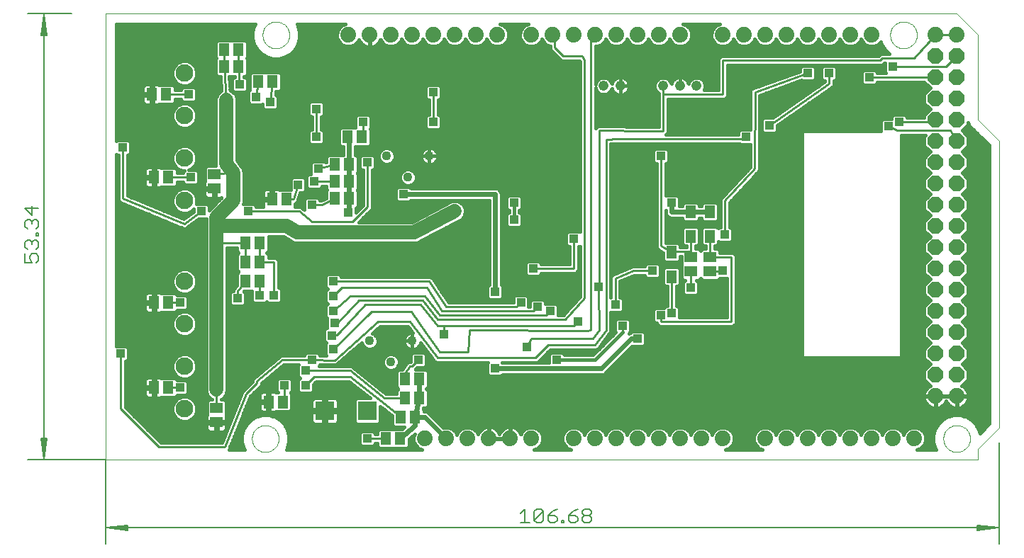
<source format=gbl>
G75*
%MOIN*%
%OFA0B0*%
%FSLAX24Y24*%
%IPPOS*%
%LPD*%
%AMOC8*
5,1,8,0,0,1.08239X$1,22.5*
%
%ADD10C,0.0000*%
%ADD11C,0.0051*%
%ADD12C,0.0060*%
%ADD13R,0.0886X0.0886*%
%ADD14R,0.0512X0.0591*%
%ADD15C,0.0827*%
%ADD16C,0.0740*%
%ADD17OC8,0.0740*%
%ADD18C,0.0476*%
%ADD19C,0.0436*%
%ADD20R,0.0472X0.0591*%
%ADD21R,0.0591X0.0512*%
%ADD22C,0.0160*%
%ADD23R,0.0400X0.0400*%
%ADD24C,0.0240*%
%ADD25C,0.0100*%
%ADD26C,0.0660*%
D10*
X004160Y004093D02*
X004160Y025093D01*
X044160Y025093D01*
X045160Y024093D01*
X045160Y020093D01*
X046160Y019093D01*
X046160Y005593D01*
X045160Y004593D01*
X045160Y004093D01*
X004160Y004093D01*
X011030Y005093D02*
X011032Y005143D01*
X011038Y005193D01*
X011048Y005242D01*
X011062Y005290D01*
X011079Y005337D01*
X011100Y005382D01*
X011125Y005426D01*
X011153Y005467D01*
X011185Y005506D01*
X011219Y005543D01*
X011256Y005577D01*
X011296Y005607D01*
X011338Y005634D01*
X011382Y005658D01*
X011428Y005679D01*
X011475Y005695D01*
X011523Y005708D01*
X011573Y005717D01*
X011622Y005722D01*
X011673Y005723D01*
X011723Y005720D01*
X011772Y005713D01*
X011821Y005702D01*
X011869Y005687D01*
X011915Y005669D01*
X011960Y005647D01*
X012003Y005621D01*
X012044Y005592D01*
X012083Y005560D01*
X012119Y005525D01*
X012151Y005487D01*
X012181Y005447D01*
X012208Y005404D01*
X012231Y005360D01*
X012250Y005314D01*
X012266Y005266D01*
X012278Y005217D01*
X012286Y005168D01*
X012290Y005118D01*
X012290Y005068D01*
X012286Y005018D01*
X012278Y004969D01*
X012266Y004920D01*
X012250Y004872D01*
X012231Y004826D01*
X012208Y004782D01*
X012181Y004739D01*
X012151Y004699D01*
X012119Y004661D01*
X012083Y004626D01*
X012044Y004594D01*
X012003Y004565D01*
X011960Y004539D01*
X011915Y004517D01*
X011869Y004499D01*
X011821Y004484D01*
X011772Y004473D01*
X011723Y004466D01*
X011673Y004463D01*
X011622Y004464D01*
X011573Y004469D01*
X011523Y004478D01*
X011475Y004491D01*
X011428Y004507D01*
X011382Y004528D01*
X011338Y004552D01*
X011296Y004579D01*
X011256Y004609D01*
X011219Y004643D01*
X011185Y004680D01*
X011153Y004719D01*
X011125Y004760D01*
X011100Y004804D01*
X011079Y004849D01*
X011062Y004896D01*
X011048Y004944D01*
X011038Y004993D01*
X011032Y005043D01*
X011030Y005093D01*
X043530Y005093D02*
X043532Y005143D01*
X043538Y005193D01*
X043548Y005242D01*
X043562Y005290D01*
X043579Y005337D01*
X043600Y005382D01*
X043625Y005426D01*
X043653Y005467D01*
X043685Y005506D01*
X043719Y005543D01*
X043756Y005577D01*
X043796Y005607D01*
X043838Y005634D01*
X043882Y005658D01*
X043928Y005679D01*
X043975Y005695D01*
X044023Y005708D01*
X044073Y005717D01*
X044122Y005722D01*
X044173Y005723D01*
X044223Y005720D01*
X044272Y005713D01*
X044321Y005702D01*
X044369Y005687D01*
X044415Y005669D01*
X044460Y005647D01*
X044503Y005621D01*
X044544Y005592D01*
X044583Y005560D01*
X044619Y005525D01*
X044651Y005487D01*
X044681Y005447D01*
X044708Y005404D01*
X044731Y005360D01*
X044750Y005314D01*
X044766Y005266D01*
X044778Y005217D01*
X044786Y005168D01*
X044790Y005118D01*
X044790Y005068D01*
X044786Y005018D01*
X044778Y004969D01*
X044766Y004920D01*
X044750Y004872D01*
X044731Y004826D01*
X044708Y004782D01*
X044681Y004739D01*
X044651Y004699D01*
X044619Y004661D01*
X044583Y004626D01*
X044544Y004594D01*
X044503Y004565D01*
X044460Y004539D01*
X044415Y004517D01*
X044369Y004499D01*
X044321Y004484D01*
X044272Y004473D01*
X044223Y004466D01*
X044173Y004463D01*
X044122Y004464D01*
X044073Y004469D01*
X044023Y004478D01*
X043975Y004491D01*
X043928Y004507D01*
X043882Y004528D01*
X043838Y004552D01*
X043796Y004579D01*
X043756Y004609D01*
X043719Y004643D01*
X043685Y004680D01*
X043653Y004719D01*
X043625Y004760D01*
X043600Y004804D01*
X043579Y004849D01*
X043562Y004896D01*
X043548Y004944D01*
X043538Y004993D01*
X043532Y005043D01*
X043530Y005093D01*
X041030Y024093D02*
X041032Y024143D01*
X041038Y024193D01*
X041048Y024242D01*
X041062Y024290D01*
X041079Y024337D01*
X041100Y024382D01*
X041125Y024426D01*
X041153Y024467D01*
X041185Y024506D01*
X041219Y024543D01*
X041256Y024577D01*
X041296Y024607D01*
X041338Y024634D01*
X041382Y024658D01*
X041428Y024679D01*
X041475Y024695D01*
X041523Y024708D01*
X041573Y024717D01*
X041622Y024722D01*
X041673Y024723D01*
X041723Y024720D01*
X041772Y024713D01*
X041821Y024702D01*
X041869Y024687D01*
X041915Y024669D01*
X041960Y024647D01*
X042003Y024621D01*
X042044Y024592D01*
X042083Y024560D01*
X042119Y024525D01*
X042151Y024487D01*
X042181Y024447D01*
X042208Y024404D01*
X042231Y024360D01*
X042250Y024314D01*
X042266Y024266D01*
X042278Y024217D01*
X042286Y024168D01*
X042290Y024118D01*
X042290Y024068D01*
X042286Y024018D01*
X042278Y023969D01*
X042266Y023920D01*
X042250Y023872D01*
X042231Y023826D01*
X042208Y023782D01*
X042181Y023739D01*
X042151Y023699D01*
X042119Y023661D01*
X042083Y023626D01*
X042044Y023594D01*
X042003Y023565D01*
X041960Y023539D01*
X041915Y023517D01*
X041869Y023499D01*
X041821Y023484D01*
X041772Y023473D01*
X041723Y023466D01*
X041673Y023463D01*
X041622Y023464D01*
X041573Y023469D01*
X041523Y023478D01*
X041475Y023491D01*
X041428Y023507D01*
X041382Y023528D01*
X041338Y023552D01*
X041296Y023579D01*
X041256Y023609D01*
X041219Y023643D01*
X041185Y023680D01*
X041153Y023719D01*
X041125Y023760D01*
X041100Y023804D01*
X041079Y023849D01*
X041062Y023896D01*
X041048Y023944D01*
X041038Y023993D01*
X041032Y024043D01*
X041030Y024093D01*
X011530Y024093D02*
X011532Y024143D01*
X011538Y024193D01*
X011548Y024242D01*
X011562Y024290D01*
X011579Y024337D01*
X011600Y024382D01*
X011625Y024426D01*
X011653Y024467D01*
X011685Y024506D01*
X011719Y024543D01*
X011756Y024577D01*
X011796Y024607D01*
X011838Y024634D01*
X011882Y024658D01*
X011928Y024679D01*
X011975Y024695D01*
X012023Y024708D01*
X012073Y024717D01*
X012122Y024722D01*
X012173Y024723D01*
X012223Y024720D01*
X012272Y024713D01*
X012321Y024702D01*
X012369Y024687D01*
X012415Y024669D01*
X012460Y024647D01*
X012503Y024621D01*
X012544Y024592D01*
X012583Y024560D01*
X012619Y024525D01*
X012651Y024487D01*
X012681Y024447D01*
X012708Y024404D01*
X012731Y024360D01*
X012750Y024314D01*
X012766Y024266D01*
X012778Y024217D01*
X012786Y024168D01*
X012790Y024118D01*
X012790Y024068D01*
X012786Y024018D01*
X012778Y023969D01*
X012766Y023920D01*
X012750Y023872D01*
X012731Y023826D01*
X012708Y023782D01*
X012681Y023739D01*
X012651Y023699D01*
X012619Y023661D01*
X012583Y023626D01*
X012544Y023594D01*
X012503Y023565D01*
X012460Y023539D01*
X012415Y023517D01*
X012369Y023499D01*
X012321Y023484D01*
X012272Y023473D01*
X012223Y023466D01*
X012173Y023463D01*
X012122Y023464D01*
X012073Y023469D01*
X012023Y023478D01*
X011975Y023491D01*
X011928Y023507D01*
X011882Y023528D01*
X011838Y023552D01*
X011796Y023579D01*
X011756Y023609D01*
X011719Y023643D01*
X011685Y023680D01*
X011653Y023719D01*
X011625Y023760D01*
X011600Y023804D01*
X011579Y023849D01*
X011562Y023896D01*
X011548Y023944D01*
X011538Y023993D01*
X011532Y024043D01*
X011530Y024093D01*
D11*
X004160Y004093D02*
X004160Y000126D01*
X004185Y000893D02*
X005183Y000791D01*
X005183Y000768D02*
X004185Y000893D01*
X005183Y000996D01*
X005183Y001019D02*
X005183Y000768D01*
X005183Y000842D02*
X004185Y000893D01*
X005183Y000944D01*
X005183Y001019D02*
X004185Y000893D01*
X046134Y000893D01*
X045136Y000791D01*
X045136Y000768D02*
X046134Y000893D01*
X045136Y000996D01*
X045136Y001019D02*
X045136Y000768D01*
X045136Y000842D02*
X046134Y000893D01*
X045136Y000944D01*
X045136Y001019D02*
X046134Y000893D01*
X046160Y000126D02*
X046160Y004893D01*
X004160Y004093D02*
X000492Y004093D01*
X001260Y004119D02*
X001362Y005117D01*
X001385Y005117D02*
X001260Y004119D01*
X001157Y005117D01*
X001134Y005117D02*
X001385Y005117D01*
X001311Y005117D02*
X001260Y004119D01*
X001208Y005117D01*
X001134Y005117D02*
X001260Y004119D01*
X001260Y025068D01*
X001362Y024070D01*
X001385Y024070D02*
X001260Y025068D01*
X001157Y024070D01*
X001134Y024070D02*
X001385Y024070D01*
X001311Y024070D02*
X001260Y025068D01*
X001208Y024070D01*
X001134Y024070D02*
X001260Y025068D01*
X000492Y025093D02*
X002560Y025093D01*
D12*
X000683Y016050D02*
X000683Y015623D01*
X000363Y015943D01*
X001003Y015943D01*
X000897Y015405D02*
X001003Y015299D01*
X001003Y015085D01*
X000897Y014978D01*
X000897Y014763D02*
X001003Y014763D01*
X001003Y014656D01*
X000897Y014656D01*
X000897Y014763D01*
X000897Y014439D02*
X001003Y014332D01*
X001003Y014118D01*
X000897Y014012D01*
X000897Y013794D02*
X001003Y013687D01*
X001003Y013474D01*
X000897Y013367D01*
X000683Y013367D02*
X000576Y013581D01*
X000576Y013687D01*
X000683Y013794D01*
X000897Y013794D01*
X000470Y014012D02*
X000363Y014118D01*
X000363Y014332D01*
X000470Y014439D01*
X000576Y014439D01*
X000683Y014332D01*
X000790Y014439D01*
X000897Y014439D01*
X000683Y014332D02*
X000683Y014225D01*
X000363Y013794D02*
X000363Y013367D01*
X000683Y013367D01*
X000470Y014978D02*
X000363Y015085D01*
X000363Y015299D01*
X000470Y015405D01*
X000576Y015405D01*
X000683Y015299D01*
X000790Y015405D01*
X000897Y015405D01*
X000683Y015299D02*
X000683Y015192D01*
X023654Y001577D02*
X023867Y001790D01*
X023867Y001149D01*
X023654Y001149D02*
X024081Y001149D01*
X024298Y001256D02*
X024725Y001683D01*
X024725Y001256D01*
X024619Y001149D01*
X024405Y001149D01*
X024298Y001256D01*
X024298Y001683D01*
X024405Y001790D01*
X024619Y001790D01*
X024725Y001683D01*
X024943Y001470D02*
X025263Y001470D01*
X025370Y001363D01*
X025370Y001256D01*
X025263Y001149D01*
X025050Y001149D01*
X024943Y001256D01*
X024943Y001470D01*
X025156Y001683D01*
X025370Y001790D01*
X025910Y001470D02*
X026230Y001470D01*
X026337Y001363D01*
X026337Y001256D01*
X026230Y001149D01*
X026017Y001149D01*
X025910Y001256D01*
X025910Y001470D01*
X026123Y001683D01*
X026337Y001790D01*
X026554Y001683D02*
X026554Y001577D01*
X026661Y001470D01*
X026875Y001470D01*
X026981Y001363D01*
X026981Y001256D01*
X026875Y001149D01*
X026661Y001149D01*
X026554Y001256D01*
X026554Y001363D01*
X026661Y001470D01*
X026875Y001470D02*
X026981Y001577D01*
X026981Y001683D01*
X026875Y001790D01*
X026661Y001790D01*
X026554Y001683D01*
X025694Y001256D02*
X025694Y001149D01*
X025587Y001149D01*
X025587Y001256D01*
X025694Y001256D01*
D13*
X016457Y006393D03*
X014457Y006393D03*
D14*
X012484Y006823D03*
X011815Y006823D03*
X007094Y007493D03*
X006425Y007493D03*
X006425Y011493D03*
X007094Y011493D03*
X010725Y012493D03*
X011394Y012493D03*
X011394Y013393D03*
X010725Y013393D03*
X010725Y014293D03*
X011394Y014293D03*
X011975Y016363D03*
X012644Y016363D03*
X014925Y016393D03*
X015594Y016393D03*
X015594Y017193D03*
X014925Y017193D03*
X014925Y017993D03*
X015594Y017993D03*
X015525Y019293D03*
X016194Y019293D03*
X011994Y021893D03*
X011325Y021893D03*
X010394Y022593D03*
X009725Y022593D03*
X009725Y023393D03*
X010394Y023393D03*
X006994Y021293D03*
X006325Y021293D03*
X006425Y017393D03*
X007094Y017393D03*
X018225Y007893D03*
X018894Y007893D03*
X018894Y006993D03*
X018225Y006993D03*
X018025Y006093D03*
X018694Y006093D03*
X017994Y005093D03*
X017325Y005093D03*
D15*
X007860Y006493D03*
X007860Y008493D03*
X007860Y010493D03*
X007860Y012493D03*
X007860Y016293D03*
X007860Y018293D03*
X007860Y020293D03*
X007860Y022293D03*
D16*
X015560Y024093D03*
X016560Y024093D03*
X017560Y024093D03*
X018560Y024093D03*
X019560Y024093D03*
X020560Y024093D03*
X021560Y024093D03*
X022560Y024093D03*
X024160Y024093D03*
X025160Y024093D03*
X026160Y024093D03*
X027160Y024093D03*
X028160Y024093D03*
X029160Y024093D03*
X030160Y024093D03*
X031160Y024093D03*
X033160Y024093D03*
X034160Y024093D03*
X035160Y024093D03*
X036160Y024093D03*
X037160Y024093D03*
X038160Y024093D03*
X039160Y024093D03*
X040160Y024093D03*
X043160Y024093D03*
X044160Y024093D03*
X044160Y007093D03*
X043160Y007093D03*
X042160Y005093D03*
X041160Y005093D03*
X040160Y005093D03*
X039160Y005093D03*
X038160Y005093D03*
X037160Y005093D03*
X036160Y005093D03*
X035160Y005093D03*
X033160Y005093D03*
X032160Y005093D03*
X031160Y005093D03*
X030160Y005093D03*
X029160Y005093D03*
X028160Y005093D03*
X027160Y005093D03*
X026160Y005093D03*
X024160Y005093D03*
X023160Y005093D03*
X022160Y005093D03*
X021160Y005093D03*
X020160Y005093D03*
X019160Y005093D03*
D17*
X043160Y008093D03*
X044160Y008093D03*
X044160Y009093D03*
X043160Y009093D03*
X043160Y010093D03*
X044160Y010093D03*
X044160Y011093D03*
X043160Y011093D03*
X043160Y012093D03*
X044160Y012093D03*
X044160Y013093D03*
X043160Y013093D03*
X043160Y014093D03*
X044160Y014093D03*
X044160Y015093D03*
X043160Y015093D03*
X043160Y016093D03*
X044160Y016093D03*
X044160Y017093D03*
X043160Y017093D03*
X043160Y018093D03*
X044160Y018093D03*
X044160Y019093D03*
X043160Y019093D03*
X043160Y020093D03*
X044160Y020093D03*
X044160Y021093D03*
X043160Y021093D03*
X043160Y022093D03*
X044160Y022093D03*
X044160Y023093D03*
X043160Y023093D03*
D18*
X031934Y021693D03*
X031147Y021693D03*
X030360Y021693D03*
X028347Y021693D03*
X027560Y021693D03*
D19*
X019360Y018393D03*
X018360Y017393D03*
X017360Y018393D03*
X016560Y009693D03*
X017560Y008693D03*
X018560Y009693D03*
D20*
X030760Y012722D03*
X030760Y013864D03*
X031660Y014622D03*
X032560Y014622D03*
X032560Y015764D03*
X031660Y015764D03*
D21*
X031660Y013628D03*
X032560Y013628D03*
X032560Y012959D03*
X031660Y012959D03*
X009360Y006528D03*
X009360Y005859D03*
X009260Y016859D03*
X009260Y017528D03*
D22*
X008804Y017566D02*
X008520Y017566D01*
X008520Y017660D02*
X008426Y017753D01*
X008054Y017753D01*
X008184Y017807D01*
X008346Y017969D01*
X008433Y018179D01*
X008433Y018407D01*
X008346Y018618D01*
X008184Y018779D01*
X007974Y018867D01*
X007745Y018867D01*
X007535Y018779D01*
X007373Y018618D01*
X007286Y018407D01*
X007286Y018179D01*
X007373Y017969D01*
X007535Y017807D01*
X007745Y017720D01*
X007860Y017720D01*
X007800Y017660D01*
X007800Y017603D01*
X007510Y017603D01*
X007510Y017755D01*
X007416Y017849D01*
X006772Y017849D01*
X006769Y017846D01*
X006750Y017856D01*
X006704Y017869D01*
X006473Y017869D01*
X006473Y017441D01*
X006377Y017441D01*
X006377Y017345D01*
X006473Y017345D01*
X006473Y016918D01*
X006704Y016918D01*
X006750Y016930D01*
X006769Y016941D01*
X006772Y016938D01*
X007416Y016938D01*
X007510Y017032D01*
X007510Y017183D01*
X007800Y017183D01*
X007800Y017127D01*
X007893Y017033D01*
X008426Y017033D01*
X008520Y017127D01*
X008520Y017660D01*
X008455Y017724D02*
X008804Y017724D01*
X008804Y017850D02*
X008804Y017206D01*
X008807Y017203D01*
X008797Y017184D01*
X008784Y017138D01*
X008784Y016907D01*
X009212Y016907D01*
X009212Y016811D01*
X009307Y016811D01*
X009307Y016423D01*
X009578Y016423D01*
X009602Y016429D01*
X009020Y015846D01*
X009020Y016060D01*
X008926Y016153D01*
X008422Y016153D01*
X008433Y016179D01*
X008433Y016407D01*
X008346Y016618D01*
X008184Y016779D01*
X007974Y016867D01*
X007745Y016867D01*
X007535Y016779D01*
X007373Y016618D01*
X007286Y016407D01*
X007286Y016179D01*
X007373Y015969D01*
X007535Y015807D01*
X007745Y015720D01*
X007974Y015720D01*
X008184Y015807D01*
X008300Y015922D01*
X008300Y015786D01*
X007829Y015433D01*
X005170Y016534D01*
X005170Y018433D01*
X005226Y018433D01*
X005320Y018527D01*
X005320Y019060D01*
X005226Y019153D01*
X004693Y019153D01*
X004640Y019100D01*
X004640Y024613D01*
X011178Y024613D01*
X011125Y024522D01*
X011050Y024239D01*
X011050Y023947D01*
X011125Y023665D01*
X011271Y023412D01*
X011478Y023205D01*
X011731Y023059D01*
X012013Y022983D01*
X012306Y022983D01*
X012588Y023059D01*
X012841Y023205D01*
X013048Y023412D01*
X013194Y023665D01*
X013269Y023947D01*
X013269Y024239D01*
X013194Y024522D01*
X013141Y024613D01*
X015430Y024613D01*
X015259Y024543D01*
X015110Y024394D01*
X015030Y024199D01*
X015030Y023988D01*
X015110Y023793D01*
X015259Y023644D01*
X015454Y023563D01*
X015665Y023563D01*
X015860Y023644D01*
X016009Y023793D01*
X016048Y023888D01*
X016050Y023882D01*
X016089Y023805D01*
X016140Y023735D01*
X016201Y023674D01*
X016271Y023623D01*
X016348Y023584D01*
X016431Y023557D01*
X016516Y023543D01*
X016540Y023543D01*
X016540Y024073D01*
X016580Y024073D01*
X016580Y023543D01*
X016603Y023543D01*
X016688Y023557D01*
X016771Y023584D01*
X016848Y023623D01*
X016918Y023674D01*
X016979Y023735D01*
X017030Y023805D01*
X017069Y023882D01*
X017071Y023888D01*
X017110Y023793D01*
X017259Y023644D01*
X017454Y023563D01*
X017665Y023563D01*
X017860Y023644D01*
X018009Y023793D01*
X018060Y023915D01*
X018110Y023793D01*
X018259Y023644D01*
X018454Y023563D01*
X018665Y023563D01*
X018860Y023644D01*
X019009Y023793D01*
X019060Y023915D01*
X019110Y023793D01*
X019259Y023644D01*
X019454Y023563D01*
X019665Y023563D01*
X019860Y023644D01*
X020009Y023793D01*
X020060Y023915D01*
X020110Y023793D01*
X020259Y023644D01*
X020454Y023563D01*
X020665Y023563D01*
X020860Y023644D01*
X021009Y023793D01*
X021060Y023915D01*
X021110Y023793D01*
X021259Y023644D01*
X021454Y023563D01*
X021665Y023563D01*
X021860Y023644D01*
X022009Y023793D01*
X022060Y023915D01*
X022110Y023793D01*
X022259Y023644D01*
X022454Y023563D01*
X022665Y023563D01*
X022860Y023644D01*
X023009Y023793D01*
X023090Y023988D01*
X023090Y024199D01*
X023009Y024394D01*
X022860Y024543D01*
X022689Y024613D01*
X024030Y024613D01*
X023859Y024543D01*
X023710Y024394D01*
X023630Y024199D01*
X023630Y023988D01*
X023710Y023793D01*
X023859Y023644D01*
X024054Y023563D01*
X024265Y023563D01*
X024460Y023644D01*
X024609Y023793D01*
X024660Y023915D01*
X024710Y023793D01*
X024859Y023644D01*
X025050Y023565D01*
X025050Y023406D01*
X025173Y023283D01*
X025573Y022883D01*
X026430Y022883D01*
X026450Y022844D01*
X026450Y014830D01*
X026426Y014853D01*
X025893Y014853D01*
X025800Y014760D01*
X025800Y014227D01*
X025893Y014133D01*
X025950Y014133D01*
X025950Y013303D01*
X024620Y013303D01*
X024620Y013360D01*
X024526Y013453D01*
X023993Y013453D01*
X023900Y013360D01*
X023900Y012827D01*
X023993Y012733D01*
X024526Y012733D01*
X024620Y012827D01*
X024620Y012883D01*
X026246Y012883D01*
X026370Y013006D01*
X026370Y014133D01*
X026426Y014133D01*
X026450Y014157D01*
X026450Y011774D01*
X025666Y010903D01*
X025420Y010903D01*
X025420Y011360D01*
X025326Y011453D01*
X024820Y011453D01*
X024820Y011560D01*
X024726Y011653D01*
X024193Y011653D01*
X024100Y011560D01*
X024100Y011303D01*
X024030Y011303D01*
X024030Y011760D01*
X023936Y011853D01*
X023403Y011853D01*
X023310Y011760D01*
X023310Y011503D01*
X020272Y011503D01*
X019570Y012557D01*
X019570Y012580D01*
X019523Y012627D01*
X019486Y012682D01*
X019463Y012687D01*
X019446Y012703D01*
X019380Y012703D01*
X019315Y012716D01*
X019296Y012703D01*
X015220Y012703D01*
X015220Y012760D01*
X015126Y012853D01*
X014593Y012853D01*
X014500Y012760D01*
X014500Y012227D01*
X014583Y012143D01*
X014500Y012060D01*
X014500Y011527D01*
X014583Y011443D01*
X014500Y011360D01*
X014500Y010827D01*
X014550Y010777D01*
X014550Y010313D01*
X014523Y010313D01*
X014430Y010220D01*
X014430Y009687D01*
X014523Y009593D01*
X014533Y009593D01*
X014500Y009560D01*
X014500Y009027D01*
X014530Y008997D01*
X014220Y009000D01*
X014220Y009060D01*
X014126Y009153D01*
X013593Y009153D01*
X013500Y009060D01*
X013500Y009003D01*
X012469Y009003D01*
X012392Y009010D01*
X012383Y009003D01*
X012373Y009003D01*
X012318Y008949D01*
X011183Y008003D01*
X011173Y008003D01*
X011118Y007949D01*
X011058Y007899D01*
X011057Y007888D01*
X011050Y007880D01*
X011050Y007803D01*
X011047Y007778D01*
X010640Y007370D01*
X010597Y007352D01*
X010581Y007311D01*
X010550Y007280D01*
X010550Y007234D01*
X009617Y004903D01*
X006746Y004903D01*
X005070Y006580D01*
X005070Y008733D01*
X005126Y008733D01*
X005220Y008827D01*
X005220Y009360D01*
X005126Y009453D01*
X004640Y009453D01*
X004640Y018487D01*
X004693Y018433D01*
X004750Y018433D01*
X004750Y016435D01*
X004732Y016393D01*
X004750Y016351D01*
X004750Y016306D01*
X004782Y016274D01*
X004799Y016233D01*
X004841Y016215D01*
X004873Y016183D01*
X004918Y016183D01*
X007726Y015021D01*
X007744Y014998D01*
X007804Y014989D01*
X007860Y014966D01*
X007887Y014977D01*
X007916Y014973D01*
X007964Y015009D01*
X008020Y015033D01*
X008032Y015060D01*
X008530Y015433D01*
X008870Y015433D01*
X008870Y007296D01*
X008944Y007116D01*
X009082Y006978D01*
X009150Y006950D01*
X009150Y006944D01*
X008998Y006944D01*
X008904Y006850D01*
X008904Y006206D01*
X008907Y006203D01*
X008897Y006184D01*
X008884Y006138D01*
X008884Y005907D01*
X009312Y005907D01*
X009312Y005811D01*
X009407Y005811D01*
X009407Y005423D01*
X009678Y005423D01*
X009724Y005435D01*
X009765Y005459D01*
X009799Y005492D01*
X009823Y005533D01*
X009835Y005579D01*
X009835Y005811D01*
X009407Y005811D01*
X009407Y005907D01*
X009835Y005907D01*
X009835Y006138D01*
X009823Y006184D01*
X009812Y006203D01*
X009815Y006206D01*
X009815Y006850D01*
X009721Y006944D01*
X009570Y006944D01*
X009570Y006950D01*
X009637Y006978D01*
X009775Y007116D01*
X009850Y007296D01*
X009850Y014083D01*
X010309Y014083D01*
X010309Y013932D01*
X010397Y013843D01*
X010309Y013755D01*
X010309Y013032D01*
X010397Y012943D01*
X010309Y012855D01*
X010309Y012304D01*
X010202Y012168D01*
X010150Y012115D01*
X010150Y012101D01*
X010141Y012089D01*
X010145Y012053D01*
X010093Y012053D01*
X010000Y011960D01*
X010000Y011427D01*
X010093Y011333D01*
X010626Y011333D01*
X010720Y011427D01*
X010720Y011960D01*
X010641Y012038D01*
X011030Y012038D01*
X011030Y011577D01*
X011123Y011483D01*
X011656Y011483D01*
X011720Y011547D01*
X011793Y011473D01*
X012326Y011473D01*
X012420Y011567D01*
X012420Y012100D01*
X012326Y012193D01*
X012270Y012193D01*
X012270Y013480D01*
X012146Y013603D01*
X011810Y013603D01*
X011810Y013755D01*
X011722Y013843D01*
X011810Y013932D01*
X011810Y014603D01*
X012524Y014603D01*
X012856Y014404D01*
X012882Y014378D01*
X012939Y014354D01*
X012991Y014323D01*
X013028Y014318D01*
X013062Y014303D01*
X013123Y014303D01*
X013184Y014294D01*
X013220Y014303D01*
X018585Y014303D01*
X018607Y014296D01*
X018682Y014303D01*
X018757Y014303D01*
X018778Y014312D01*
X018801Y014314D01*
X018868Y014349D01*
X018937Y014378D01*
X018953Y014394D01*
X020874Y015405D01*
X020999Y015555D01*
X021056Y015741D01*
X021039Y015935D01*
X020948Y016108D01*
X020798Y016232D01*
X020612Y016290D01*
X020418Y016272D01*
X018538Y015283D01*
X016046Y015283D01*
X016670Y015906D01*
X016670Y017733D01*
X016726Y017733D01*
X016820Y017827D01*
X016820Y018360D01*
X016726Y018453D01*
X016193Y018453D01*
X016100Y018360D01*
X016100Y017827D01*
X016193Y017733D01*
X016250Y017733D01*
X016250Y016080D01*
X015920Y015750D01*
X015920Y015941D01*
X016010Y016032D01*
X016010Y016755D01*
X015972Y016793D01*
X016010Y016832D01*
X016010Y017555D01*
X015972Y017593D01*
X016010Y017632D01*
X016010Y018355D01*
X015916Y018449D01*
X015874Y018449D01*
X015874Y018838D01*
X016516Y018838D01*
X016610Y018932D01*
X016610Y019655D01*
X016579Y019686D01*
X016620Y019727D01*
X016620Y020260D01*
X016526Y020353D01*
X015993Y020353D01*
X015900Y020260D01*
X014343Y020260D01*
X014326Y020243D02*
X014420Y020337D01*
X014420Y020870D01*
X014326Y020963D01*
X013793Y020963D01*
X013700Y020870D01*
X013700Y020337D01*
X013793Y020243D01*
X013850Y020243D01*
X013850Y019653D01*
X013793Y019653D01*
X013700Y019560D01*
X013700Y019027D01*
X013793Y018933D01*
X014326Y018933D01*
X014420Y019027D01*
X014420Y019560D01*
X014326Y019653D01*
X014270Y019653D01*
X014270Y020243D01*
X014326Y020243D01*
X014270Y020102D02*
X015900Y020102D01*
X015900Y020260D02*
X015900Y019749D01*
X015872Y019749D01*
X015860Y019736D01*
X015847Y019749D01*
X015203Y019749D01*
X015109Y019655D01*
X015109Y018932D01*
X015203Y018838D01*
X015314Y018838D01*
X015314Y018449D01*
X015272Y018449D01*
X015260Y018436D01*
X015247Y018449D01*
X014603Y018449D01*
X014509Y018355D01*
X014509Y018102D01*
X014484Y018095D01*
X014426Y018153D01*
X013893Y018153D01*
X013800Y018060D01*
X013800Y017553D01*
X013693Y017553D01*
X013600Y017460D01*
X013600Y016927D01*
X013693Y016833D01*
X014226Y016833D01*
X014320Y016927D01*
X014320Y016983D01*
X014509Y016983D01*
X014509Y016832D01*
X014547Y016793D01*
X014509Y016755D01*
X014509Y016420D01*
X014275Y016303D01*
X014220Y016303D01*
X014220Y016360D01*
X014126Y016453D01*
X013593Y016453D01*
X013500Y016360D01*
X013500Y015867D01*
X013401Y015949D01*
X013346Y016003D01*
X013336Y016003D01*
X013327Y016010D01*
X013250Y016003D01*
X013060Y016003D01*
X013060Y016153D01*
X013062Y016153D01*
X013099Y016191D01*
X013147Y016215D01*
X013159Y016250D01*
X013185Y016276D01*
X013185Y016330D01*
X013302Y016683D01*
X013466Y016683D01*
X013560Y016777D01*
X013560Y017310D01*
X013466Y017403D01*
X012933Y017403D01*
X012840Y017310D01*
X012840Y016819D01*
X012322Y016819D01*
X012319Y016816D01*
X012300Y016826D01*
X012254Y016839D01*
X012023Y016839D01*
X012023Y016411D01*
X011927Y016411D01*
X011927Y016315D01*
X011539Y016315D01*
X011539Y016044D01*
X011550Y016003D01*
X011220Y016003D01*
X011220Y016060D01*
X011126Y016153D01*
X010632Y016153D01*
X010650Y016196D01*
X010650Y017562D01*
X010658Y017627D01*
X010650Y017658D01*
X010650Y017691D01*
X010624Y017752D01*
X010607Y017815D01*
X010587Y017841D01*
X010575Y017871D01*
X010528Y017917D01*
X010315Y018195D01*
X010315Y021125D01*
X010240Y021306D01*
X010102Y021443D01*
X010006Y021483D01*
X009964Y022138D01*
X010047Y022138D01*
X010060Y022150D01*
X010072Y022138D01*
X010219Y022138D01*
X010221Y022119D01*
X010193Y022119D01*
X010100Y022025D01*
X010100Y021492D01*
X010193Y021399D01*
X010726Y021399D01*
X010820Y021492D01*
X010820Y022025D01*
X010726Y022119D01*
X010642Y022119D01*
X010640Y022138D01*
X010716Y022138D01*
X010810Y022232D01*
X010810Y022955D01*
X010772Y022993D01*
X010810Y023032D01*
X010810Y023755D01*
X010716Y023849D01*
X010072Y023849D01*
X010060Y023836D01*
X010047Y023849D01*
X009403Y023849D01*
X009309Y023755D01*
X009309Y023032D01*
X009347Y022993D01*
X009309Y022955D01*
X009309Y022232D01*
X009403Y022138D01*
X009544Y022138D01*
X009587Y021460D01*
X009547Y021443D01*
X009409Y021306D01*
X009335Y021125D01*
X009335Y018060D01*
X009326Y017994D01*
X009335Y017963D01*
X009335Y017944D01*
X008898Y017944D01*
X008804Y017850D01*
X008837Y017883D02*
X008260Y017883D01*
X008376Y018041D02*
X009332Y018041D01*
X009335Y018200D02*
X008433Y018200D01*
X008433Y018358D02*
X009335Y018358D01*
X009335Y018517D02*
X008388Y018517D01*
X008288Y018675D02*
X009335Y018675D01*
X009335Y018834D02*
X008053Y018834D01*
X007666Y018834D02*
X005320Y018834D01*
X005320Y018992D02*
X009335Y018992D01*
X009335Y019151D02*
X005228Y019151D01*
X005320Y018675D02*
X007431Y018675D01*
X007331Y018517D02*
X005309Y018517D01*
X005170Y018358D02*
X007286Y018358D01*
X007286Y018200D02*
X005170Y018200D01*
X005170Y018041D02*
X007343Y018041D01*
X007459Y017883D02*
X005170Y017883D01*
X005170Y017724D02*
X005992Y017724D01*
X005989Y017712D02*
X005989Y017441D01*
X006377Y017441D01*
X006377Y017869D01*
X006145Y017869D01*
X006099Y017856D01*
X006058Y017833D01*
X006025Y017799D01*
X006001Y017758D01*
X005989Y017712D01*
X005989Y017566D02*
X005170Y017566D01*
X005170Y017407D02*
X006377Y017407D01*
X006377Y017345D02*
X005989Y017345D01*
X005989Y017074D01*
X006001Y017029D01*
X006025Y016988D01*
X006058Y016954D01*
X006099Y016930D01*
X006145Y016918D01*
X006377Y016918D01*
X006377Y017345D01*
X006377Y017249D02*
X006473Y017249D01*
X006473Y017090D02*
X006377Y017090D01*
X006377Y016932D02*
X006473Y016932D01*
X006753Y016932D02*
X008784Y016932D01*
X008784Y016811D02*
X008784Y016579D01*
X008797Y016533D01*
X008820Y016492D01*
X008854Y016459D01*
X008895Y016435D01*
X008941Y016423D01*
X009212Y016423D01*
X009212Y016811D01*
X008784Y016811D01*
X008784Y016773D02*
X008190Y016773D01*
X008347Y016615D02*
X008784Y016615D01*
X008858Y016456D02*
X008413Y016456D01*
X008433Y016298D02*
X009471Y016298D01*
X009313Y016139D02*
X008940Y016139D01*
X009020Y015981D02*
X009154Y015981D01*
X009212Y016456D02*
X009307Y016456D01*
X009307Y016615D02*
X009212Y016615D01*
X009212Y016773D02*
X009307Y016773D01*
X008784Y017090D02*
X008483Y017090D01*
X008520Y017249D02*
X008804Y017249D01*
X008804Y017407D02*
X008520Y017407D01*
X007836Y017090D02*
X007510Y017090D01*
X007529Y016773D02*
X005170Y016773D01*
X005170Y016615D02*
X007372Y016615D01*
X007306Y016456D02*
X005356Y016456D01*
X005739Y016298D02*
X007286Y016298D01*
X007303Y016139D02*
X006123Y016139D01*
X006506Y015981D02*
X007368Y015981D01*
X007520Y015822D02*
X006889Y015822D01*
X007272Y015664D02*
X008137Y015664D01*
X008199Y015822D02*
X008300Y015822D01*
X007926Y015505D02*
X007655Y015505D01*
X007322Y015188D02*
X004640Y015188D01*
X004640Y015030D02*
X007705Y015030D01*
X008014Y015030D02*
X008870Y015030D01*
X008870Y015188D02*
X008203Y015188D01*
X008414Y015347D02*
X008870Y015347D01*
X008870Y014871D02*
X004640Y014871D01*
X004640Y014713D02*
X008870Y014713D01*
X008870Y014554D02*
X004640Y014554D01*
X004640Y014396D02*
X008870Y014396D01*
X008870Y014237D02*
X004640Y014237D01*
X004640Y014079D02*
X008870Y014079D01*
X008870Y013920D02*
X004640Y013920D01*
X004640Y013762D02*
X008870Y013762D01*
X008870Y013603D02*
X004640Y013603D01*
X004640Y013445D02*
X008870Y013445D01*
X008870Y013286D02*
X004640Y013286D01*
X004640Y013128D02*
X008870Y013128D01*
X008870Y012969D02*
X008194Y012969D01*
X008184Y012979D02*
X007974Y013067D01*
X007745Y013067D01*
X007535Y012979D01*
X007373Y012818D01*
X007286Y012607D01*
X007286Y012379D01*
X007373Y012169D01*
X007535Y012007D01*
X007745Y011920D01*
X007974Y011920D01*
X008184Y012007D01*
X008346Y012169D01*
X008433Y012379D01*
X008433Y012607D01*
X008346Y012818D01*
X008184Y012979D01*
X008349Y012811D02*
X008870Y012811D01*
X008870Y012652D02*
X008414Y012652D01*
X008433Y012494D02*
X008870Y012494D01*
X008870Y012335D02*
X008415Y012335D01*
X008349Y012177D02*
X008870Y012177D01*
X008870Y012018D02*
X008195Y012018D01*
X008020Y011760D02*
X007926Y011853D01*
X007510Y011853D01*
X007510Y011855D01*
X007416Y011949D01*
X006772Y011949D01*
X006769Y011946D01*
X006750Y011956D01*
X006704Y011969D01*
X006473Y011969D01*
X006473Y011541D01*
X006377Y011541D01*
X006377Y011445D01*
X006473Y011445D01*
X006473Y011018D01*
X006704Y011018D01*
X006750Y011030D01*
X006769Y011041D01*
X006772Y011038D01*
X007416Y011038D01*
X007510Y011132D01*
X007510Y011133D01*
X007926Y011133D01*
X008020Y011227D01*
X008020Y011760D01*
X008020Y011701D02*
X008870Y011701D01*
X008870Y011543D02*
X008020Y011543D01*
X008020Y011384D02*
X008870Y011384D01*
X008870Y011226D02*
X008018Y011226D01*
X007974Y011067D02*
X007745Y011067D01*
X007535Y010979D01*
X007373Y010818D01*
X007286Y010607D01*
X007286Y010379D01*
X007373Y010169D01*
X007535Y010007D01*
X007745Y009920D01*
X007974Y009920D01*
X008184Y010007D01*
X008346Y010169D01*
X008433Y010379D01*
X008433Y010607D01*
X008346Y010818D01*
X008184Y010979D01*
X007974Y011067D01*
X008255Y010909D02*
X008870Y010909D01*
X008870Y011067D02*
X007446Y011067D01*
X007464Y010909D02*
X004640Y010909D01*
X004640Y011067D02*
X006045Y011067D01*
X006058Y011054D02*
X006099Y011030D01*
X006145Y011018D01*
X006377Y011018D01*
X006377Y011445D01*
X005989Y011445D01*
X005989Y011174D01*
X006001Y011129D01*
X006025Y011088D01*
X006058Y011054D01*
X005989Y011226D02*
X004640Y011226D01*
X004640Y011384D02*
X005989Y011384D01*
X005989Y011541D02*
X006377Y011541D01*
X006377Y011969D01*
X006145Y011969D01*
X006099Y011956D01*
X006058Y011933D01*
X006025Y011899D01*
X006001Y011858D01*
X005989Y011812D01*
X005989Y011541D01*
X005989Y011543D02*
X004640Y011543D01*
X004640Y011701D02*
X005989Y011701D01*
X006002Y011860D02*
X004640Y011860D01*
X004640Y012018D02*
X007524Y012018D01*
X007505Y011860D02*
X008870Y011860D01*
X009850Y011860D02*
X010000Y011860D01*
X010000Y011701D02*
X009850Y011701D01*
X009850Y011543D02*
X010000Y011543D01*
X010042Y011384D02*
X009850Y011384D01*
X009850Y011226D02*
X014500Y011226D01*
X014500Y011067D02*
X009850Y011067D01*
X009850Y010909D02*
X014500Y010909D01*
X014550Y010750D02*
X009850Y010750D01*
X009850Y010592D02*
X014550Y010592D01*
X014550Y010433D02*
X009850Y010433D01*
X009850Y010275D02*
X014485Y010275D01*
X014430Y010116D02*
X009850Y010116D01*
X009850Y009958D02*
X014430Y009958D01*
X014430Y009799D02*
X009850Y009799D01*
X009850Y009641D02*
X014476Y009641D01*
X014500Y009482D02*
X009850Y009482D01*
X009850Y009324D02*
X014500Y009324D01*
X014500Y009165D02*
X009850Y009165D01*
X009850Y009007D02*
X012388Y009007D01*
X012430Y009007D02*
X013500Y009007D01*
X013223Y008583D02*
X013200Y008560D01*
X013200Y008027D01*
X013283Y007943D01*
X013200Y007860D01*
X013200Y007327D01*
X013293Y007233D01*
X013826Y007233D01*
X013920Y007327D01*
X013920Y007656D01*
X014046Y007783D01*
X015586Y007783D01*
X016581Y006996D01*
X015948Y006996D01*
X015854Y006902D01*
X015854Y005884D01*
X015948Y005790D01*
X016966Y005790D01*
X017060Y005884D01*
X017060Y006617D01*
X017609Y006182D01*
X017609Y005732D01*
X017703Y005638D01*
X018199Y005638D01*
X018095Y005549D01*
X017672Y005549D01*
X017660Y005536D01*
X017647Y005549D01*
X017003Y005549D01*
X016909Y005455D01*
X016909Y005303D01*
X016820Y005303D01*
X016820Y005360D01*
X016726Y005453D01*
X016193Y005453D01*
X016100Y005360D01*
X016100Y004827D01*
X016193Y004733D01*
X016726Y004733D01*
X016820Y004827D01*
X016820Y004883D01*
X016909Y004883D01*
X016909Y004732D01*
X017003Y004638D01*
X017647Y004638D01*
X017660Y004650D01*
X017672Y004638D01*
X018316Y004638D01*
X018410Y004732D01*
X018410Y005081D01*
X018675Y005308D01*
X018630Y005199D01*
X018630Y004988D01*
X018710Y004793D01*
X018859Y004644D01*
X019030Y004573D01*
X012641Y004573D01*
X012694Y004665D01*
X012769Y004947D01*
X012769Y005239D01*
X012694Y005522D01*
X012548Y005775D01*
X012341Y005981D01*
X012088Y006128D01*
X011806Y006203D01*
X011513Y006203D01*
X011231Y006128D01*
X010978Y005981D01*
X010771Y005775D01*
X010625Y005522D01*
X010550Y005239D01*
X010550Y004947D01*
X010625Y004665D01*
X010678Y004573D01*
X009938Y004573D01*
X009938Y004575D01*
X009970Y004606D01*
X009970Y004653D01*
X010938Y007075D01*
X011470Y007606D01*
X011470Y007695D01*
X012536Y008583D01*
X013223Y008583D01*
X013200Y008531D02*
X012473Y008531D01*
X012283Y008373D02*
X013200Y008373D01*
X013200Y008214D02*
X012093Y008214D01*
X011903Y008056D02*
X013200Y008056D01*
X013237Y007897D02*
X012882Y007897D01*
X012920Y007860D02*
X012826Y007953D01*
X012293Y007953D01*
X012200Y007860D01*
X012200Y007327D01*
X012248Y007279D01*
X012162Y007279D01*
X012159Y007276D01*
X012140Y007286D01*
X012094Y007299D01*
X011863Y007299D01*
X011863Y006871D01*
X011767Y006871D01*
X011767Y006775D01*
X011863Y006775D01*
X011863Y006348D01*
X012094Y006348D01*
X012140Y006360D01*
X012159Y006371D01*
X012162Y006368D01*
X012806Y006368D01*
X012900Y006462D01*
X012900Y007185D01*
X012839Y007246D01*
X012920Y007327D01*
X012920Y007860D01*
X012920Y007739D02*
X013200Y007739D01*
X013200Y007580D02*
X012920Y007580D01*
X012920Y007422D02*
X013200Y007422D01*
X013263Y007263D02*
X012856Y007263D01*
X012900Y007105D02*
X016443Y007105D01*
X016243Y007263D02*
X013856Y007263D01*
X013920Y007422D02*
X016043Y007422D01*
X015843Y007580D02*
X013920Y007580D01*
X014002Y007739D02*
X015643Y007739D01*
X016090Y008214D02*
X017809Y008214D01*
X017809Y008255D02*
X017809Y007532D01*
X017897Y007443D01*
X017809Y007355D01*
X017809Y007203D01*
X017334Y007203D01*
X015800Y008449D01*
X015746Y008503D01*
X015734Y008503D01*
X015724Y008511D01*
X015649Y008503D01*
X014196Y008503D01*
X014220Y008527D01*
X014220Y008580D01*
X014912Y008573D01*
X014994Y008568D01*
X014998Y008573D01*
X015005Y008572D01*
X015063Y008630D01*
X016181Y009622D01*
X016181Y009618D01*
X016239Y009479D01*
X016345Y009373D01*
X016484Y009315D01*
X016635Y009315D01*
X016774Y009373D01*
X016880Y009479D01*
X016938Y009618D01*
X016938Y009769D01*
X016880Y009907D01*
X016774Y010014D01*
X016671Y010056D01*
X017039Y010383D01*
X018356Y010383D01*
X018579Y010091D01*
X018560Y010091D01*
X018560Y009693D01*
X018560Y009295D01*
X018599Y009295D01*
X018676Y009310D01*
X018748Y009341D01*
X018813Y009384D01*
X018869Y009440D01*
X018912Y009505D01*
X018942Y009577D01*
X018948Y009608D01*
X019550Y008822D01*
X019550Y008806D01*
X019601Y008755D01*
X019646Y008697D01*
X019661Y008695D01*
X019673Y008683D01*
X019746Y008683D01*
X019818Y008674D01*
X019831Y008683D01*
X022123Y008683D01*
X022100Y008660D01*
X022100Y008127D01*
X022193Y008033D01*
X022726Y008033D01*
X022806Y008113D01*
X027515Y008113D01*
X027618Y008156D01*
X027697Y008235D01*
X028895Y009433D01*
X029426Y009433D01*
X029520Y009527D01*
X029520Y010060D01*
X029426Y010153D01*
X028893Y010153D01*
X028813Y010073D01*
X028804Y010073D01*
X028739Y010046D01*
X028820Y010127D01*
X028820Y010660D01*
X028726Y010753D01*
X028193Y010753D01*
X028100Y010660D01*
X028100Y010127D01*
X028127Y010100D01*
X027060Y009033D01*
X025720Y009033D01*
X025720Y009060D01*
X025626Y009153D01*
X025093Y009153D01*
X025000Y009060D01*
X025000Y008673D01*
X022806Y008673D01*
X022796Y008683D01*
X024446Y008683D01*
X024570Y008806D01*
X025046Y009283D01*
X027091Y009283D01*
X027106Y009272D01*
X027176Y009283D01*
X027246Y009283D01*
X027260Y009296D01*
X027278Y009299D01*
X027320Y009356D01*
X027370Y009406D01*
X027370Y009425D01*
X027830Y010056D01*
X027880Y010106D01*
X027880Y010125D01*
X027890Y010140D01*
X027880Y010210D01*
X027880Y011033D01*
X028376Y011033D01*
X028470Y011127D01*
X028470Y011660D01*
X028376Y011753D01*
X028320Y011753D01*
X028320Y012494D01*
X030363Y012494D01*
X030363Y012361D02*
X030457Y012267D01*
X030550Y012267D01*
X030550Y011353D01*
X030493Y011353D01*
X030400Y011260D01*
X030400Y011253D01*
X029993Y011253D01*
X029900Y011160D01*
X029900Y010627D01*
X029993Y010533D01*
X030050Y010533D01*
X030050Y010506D01*
X030173Y010383D01*
X033646Y010383D01*
X033770Y010506D01*
X033770Y013715D01*
X033646Y013838D01*
X033015Y013838D01*
X033015Y013950D01*
X032921Y014044D01*
X032770Y014044D01*
X032770Y014167D01*
X032862Y014167D01*
X032956Y014261D01*
X032956Y014371D01*
X032993Y014333D01*
X033526Y014333D01*
X033620Y014427D01*
X033620Y014960D01*
X033526Y015053D01*
X033470Y015053D01*
X033470Y016211D01*
X034810Y017647D01*
X034869Y017706D01*
X034869Y017710D01*
X034872Y017714D01*
X034870Y017797D01*
X034879Y021255D01*
X036862Y021964D01*
X036893Y021933D01*
X037426Y021933D01*
X037520Y022027D01*
X037520Y022560D01*
X037426Y022653D01*
X036893Y022653D01*
X036800Y022560D01*
X036800Y022388D01*
X034633Y021613D01*
X034583Y021614D01*
X034555Y021585D01*
X034517Y021572D01*
X034495Y021526D01*
X034460Y021491D01*
X034460Y021451D01*
X034442Y021415D01*
X034459Y021367D01*
X034455Y019653D01*
X033993Y019653D01*
X033900Y019560D01*
X033900Y019403D01*
X030496Y019403D01*
X030570Y019476D01*
X030570Y021083D01*
X033246Y021083D01*
X033370Y021206D01*
X033370Y022683D01*
X040646Y022683D01*
X040746Y022783D01*
X040800Y022783D01*
X040800Y022327D01*
X040823Y022303D01*
X040420Y022303D01*
X040420Y022360D01*
X040326Y022453D01*
X039793Y022453D01*
X039700Y022360D01*
X039700Y021827D01*
X039793Y021733D01*
X040326Y021733D01*
X040420Y021827D01*
X040420Y021883D01*
X042630Y021883D01*
X042630Y021874D01*
X042910Y021593D01*
X042630Y021313D01*
X042630Y020874D01*
X042910Y020593D01*
X042630Y020313D01*
X042630Y020203D01*
X041820Y020203D01*
X041820Y020260D01*
X041726Y020353D01*
X041193Y020353D01*
X041100Y020260D01*
X036326Y020260D01*
X036098Y020102D02*
X040642Y020102D01*
X040600Y020060D02*
X040600Y019573D01*
X036926Y019573D01*
X036880Y019526D01*
X036880Y008960D01*
X036926Y008913D01*
X041493Y008913D01*
X041540Y008960D01*
X041540Y019383D01*
X042700Y019383D01*
X042630Y019313D01*
X042630Y018874D01*
X042910Y018593D01*
X042630Y018313D01*
X042630Y017874D01*
X042910Y017593D01*
X042630Y017313D01*
X042630Y016874D01*
X042910Y016593D01*
X042630Y016313D01*
X042630Y015874D01*
X042910Y015593D01*
X042630Y015313D01*
X042630Y014874D01*
X042910Y014593D01*
X042630Y014313D01*
X042630Y013874D01*
X042910Y013593D01*
X042630Y013313D01*
X042630Y012874D01*
X042910Y012593D01*
X042630Y012313D01*
X042630Y011874D01*
X042910Y011593D01*
X042630Y011313D01*
X042630Y010874D01*
X042910Y010593D01*
X042630Y010313D01*
X042630Y009874D01*
X042910Y009593D01*
X042630Y009313D01*
X042630Y008874D01*
X042910Y008593D01*
X042630Y008313D01*
X042630Y007874D01*
X042917Y007587D01*
X042871Y007564D01*
X042801Y007513D01*
X042740Y007452D01*
X042689Y007382D01*
X042650Y007304D01*
X042623Y007222D01*
X042610Y007137D01*
X042610Y007113D01*
X043140Y007113D01*
X043140Y007073D01*
X043180Y007073D01*
X043180Y007113D01*
X044140Y007113D01*
X044140Y007073D01*
X044180Y007073D01*
X044180Y007113D01*
X044710Y007113D01*
X044710Y007137D01*
X044696Y007222D01*
X044669Y007304D01*
X044630Y007382D01*
X044579Y007452D01*
X044518Y007513D01*
X044448Y007564D01*
X044403Y007587D01*
X044690Y007874D01*
X044690Y008313D01*
X044409Y008593D01*
X044690Y008874D01*
X044690Y009313D01*
X044409Y009593D01*
X044690Y009874D01*
X044690Y010313D01*
X044409Y010593D01*
X044690Y010874D01*
X044690Y011313D01*
X044409Y011593D01*
X044690Y011874D01*
X044690Y012313D01*
X044409Y012593D01*
X044690Y012874D01*
X044690Y013313D01*
X044409Y013593D01*
X044690Y013874D01*
X044690Y014313D01*
X044409Y014593D01*
X044690Y014874D01*
X044690Y015313D01*
X044409Y015593D01*
X044690Y015874D01*
X044690Y016313D01*
X044409Y016593D01*
X044690Y016874D01*
X044690Y017313D01*
X044409Y017593D01*
X044690Y017874D01*
X044690Y018313D01*
X044409Y018593D01*
X044690Y018874D01*
X044690Y019313D01*
X044409Y019593D01*
X044690Y019874D01*
X044690Y019974D01*
X044753Y019821D01*
X044888Y019686D01*
X045680Y018894D01*
X045680Y005792D01*
X045239Y005352D01*
X045194Y005522D01*
X045048Y005775D01*
X044841Y005981D01*
X044588Y006128D01*
X044306Y006203D01*
X044013Y006203D01*
X043731Y006128D01*
X043478Y005981D01*
X043271Y005775D01*
X043125Y005522D01*
X043050Y005239D01*
X043050Y004947D01*
X043125Y004665D01*
X043178Y004573D01*
X042289Y004573D01*
X042460Y004644D01*
X042609Y004793D01*
X042690Y004988D01*
X042690Y005199D01*
X042609Y005394D01*
X042460Y005543D01*
X042265Y005623D01*
X042054Y005623D01*
X041859Y005543D01*
X041710Y005394D01*
X041660Y005271D01*
X041609Y005394D01*
X041460Y005543D01*
X041265Y005623D01*
X041054Y005623D01*
X040859Y005543D01*
X040710Y005394D01*
X040660Y005271D01*
X040609Y005394D01*
X040460Y005543D01*
X040265Y005623D01*
X040054Y005623D01*
X039859Y005543D01*
X039710Y005394D01*
X039660Y005271D01*
X039609Y005394D01*
X039460Y005543D01*
X039265Y005623D01*
X039054Y005623D01*
X038859Y005543D01*
X038710Y005394D01*
X038660Y005271D01*
X038609Y005394D01*
X038460Y005543D01*
X038265Y005623D01*
X038054Y005623D01*
X037859Y005543D01*
X037710Y005394D01*
X037660Y005271D01*
X037609Y005394D01*
X037460Y005543D01*
X037265Y005623D01*
X037054Y005623D01*
X036859Y005543D01*
X036710Y005394D01*
X036660Y005271D01*
X036609Y005394D01*
X036460Y005543D01*
X036265Y005623D01*
X036054Y005623D01*
X035859Y005543D01*
X035710Y005394D01*
X035660Y005271D01*
X035609Y005394D01*
X035460Y005543D01*
X035265Y005623D01*
X035054Y005623D01*
X034859Y005543D01*
X034710Y005394D01*
X034630Y005199D01*
X034630Y004988D01*
X034710Y004793D01*
X034859Y004644D01*
X035030Y004573D01*
X033289Y004573D01*
X033460Y004644D01*
X033609Y004793D01*
X033690Y004988D01*
X033690Y005199D01*
X033609Y005394D01*
X033460Y005543D01*
X033265Y005623D01*
X033054Y005623D01*
X032859Y005543D01*
X032710Y005394D01*
X032660Y005271D01*
X032609Y005394D01*
X032460Y005543D01*
X032265Y005623D01*
X032054Y005623D01*
X031859Y005543D01*
X031710Y005394D01*
X031660Y005271D01*
X031609Y005394D01*
X031460Y005543D01*
X031265Y005623D01*
X031054Y005623D01*
X030859Y005543D01*
X030710Y005394D01*
X030660Y005271D01*
X030609Y005394D01*
X030460Y005543D01*
X030265Y005623D01*
X030054Y005623D01*
X029859Y005543D01*
X029710Y005394D01*
X029660Y005271D01*
X029609Y005394D01*
X029460Y005543D01*
X029265Y005623D01*
X029054Y005623D01*
X028859Y005543D01*
X028710Y005394D01*
X028660Y005271D01*
X028609Y005394D01*
X028460Y005543D01*
X028265Y005623D01*
X028054Y005623D01*
X027859Y005543D01*
X027710Y005394D01*
X027660Y005271D01*
X027609Y005394D01*
X027460Y005543D01*
X027265Y005623D01*
X027054Y005623D01*
X026859Y005543D01*
X026710Y005394D01*
X026660Y005271D01*
X026609Y005394D01*
X026460Y005543D01*
X026265Y005623D01*
X026054Y005623D01*
X025859Y005543D01*
X025710Y005394D01*
X025630Y005199D01*
X025630Y004988D01*
X025710Y004793D01*
X025859Y004644D01*
X026030Y004573D01*
X024289Y004573D01*
X024460Y004644D01*
X024609Y004793D01*
X024690Y004988D01*
X024690Y005199D01*
X024609Y005394D01*
X024460Y005543D01*
X024265Y005623D01*
X024054Y005623D01*
X023859Y005543D01*
X023710Y005394D01*
X023671Y005299D01*
X023669Y005304D01*
X023630Y005382D01*
X023579Y005452D01*
X023518Y005513D01*
X023448Y005564D01*
X023371Y005603D01*
X023288Y005630D01*
X023203Y005643D01*
X023180Y005643D01*
X023180Y005113D01*
X023140Y005113D01*
X023140Y005643D01*
X023116Y005643D01*
X023031Y005630D01*
X022948Y005603D01*
X022871Y005564D01*
X022801Y005513D01*
X022740Y005452D01*
X022689Y005382D01*
X022660Y005323D01*
X022630Y005382D01*
X022579Y005452D01*
X022518Y005513D01*
X022448Y005564D01*
X022371Y005603D01*
X022288Y005630D01*
X022203Y005643D01*
X022180Y005643D01*
X022180Y005113D01*
X023140Y005113D01*
X023140Y005073D01*
X022610Y005073D01*
X022180Y005073D01*
X022180Y005113D01*
X022140Y005113D01*
X022140Y005643D01*
X022116Y005643D01*
X022031Y005630D01*
X021948Y005603D01*
X021871Y005564D01*
X021801Y005513D01*
X021740Y005452D01*
X021689Y005382D01*
X021650Y005304D01*
X021648Y005299D01*
X021609Y005394D01*
X021460Y005543D01*
X021265Y005623D01*
X021054Y005623D01*
X020859Y005543D01*
X020710Y005394D01*
X020660Y005271D01*
X020609Y005394D01*
X020460Y005543D01*
X020265Y005623D01*
X020054Y005623D01*
X020034Y005615D01*
X019397Y006252D01*
X019318Y006331D01*
X019215Y006373D01*
X019110Y006373D01*
X019110Y006455D01*
X019070Y006495D01*
X019080Y006538D01*
X019216Y006538D01*
X019310Y006632D01*
X019310Y007355D01*
X019222Y007443D01*
X019310Y007532D01*
X019310Y008255D01*
X019216Y008349D01*
X018712Y008349D01*
X018796Y008433D01*
X019126Y008433D01*
X019220Y008527D01*
X019220Y009060D01*
X019126Y009153D01*
X018593Y009153D01*
X018500Y009060D01*
X018500Y008730D01*
X018479Y008710D01*
X018441Y008703D01*
X018373Y008703D01*
X018358Y008689D01*
X018338Y008685D01*
X018298Y008629D01*
X018250Y008580D01*
X018250Y008560D01*
X018102Y008349D01*
X017903Y008349D01*
X017809Y008255D01*
X017774Y008373D02*
X017635Y008315D01*
X017484Y008315D01*
X017345Y008373D01*
X015895Y008373D01*
X016285Y008056D02*
X017809Y008056D01*
X017809Y007897D02*
X016480Y007897D01*
X016675Y007739D02*
X017809Y007739D01*
X017809Y007580D02*
X016870Y007580D01*
X017065Y007422D02*
X017876Y007422D01*
X017809Y007263D02*
X017260Y007263D01*
X017244Y006471D02*
X017060Y006471D01*
X017060Y006312D02*
X017445Y006312D01*
X017609Y006154D02*
X017060Y006154D01*
X017060Y005995D02*
X017609Y005995D01*
X017609Y005837D02*
X017013Y005837D01*
X016974Y005520D02*
X012694Y005520D01*
X012737Y005361D02*
X016101Y005361D01*
X016100Y005203D02*
X012769Y005203D01*
X012769Y005044D02*
X016100Y005044D01*
X016100Y004886D02*
X012753Y004886D01*
X012711Y004727D02*
X016913Y004727D01*
X016909Y005361D02*
X016818Y005361D01*
X017662Y005678D02*
X012603Y005678D01*
X012486Y005837D02*
X013873Y005837D01*
X013870Y005840D02*
X013904Y005806D01*
X013945Y005783D01*
X013991Y005770D01*
X014390Y005770D01*
X014390Y006326D01*
X014525Y006326D01*
X014525Y006461D01*
X015080Y006461D01*
X015080Y006860D01*
X015068Y006906D01*
X015044Y006947D01*
X015011Y006980D01*
X014970Y007004D01*
X014924Y007016D01*
X014525Y007016D01*
X014525Y006461D01*
X014390Y006461D01*
X014390Y007016D01*
X013991Y007016D01*
X013945Y007004D01*
X013904Y006980D01*
X013870Y006947D01*
X013847Y006906D01*
X013834Y006860D01*
X013834Y006461D01*
X014390Y006461D01*
X014390Y006326D01*
X013834Y006326D01*
X013834Y005927D01*
X013847Y005881D01*
X013870Y005840D01*
X013834Y005995D02*
X012317Y005995D01*
X011990Y006154D02*
X013834Y006154D01*
X013834Y006312D02*
X010633Y006312D01*
X010570Y006154D02*
X011329Y006154D01*
X011448Y006384D02*
X011489Y006360D01*
X011535Y006348D01*
X011767Y006348D01*
X011767Y006775D01*
X011379Y006775D01*
X011379Y006504D01*
X011391Y006459D01*
X011415Y006418D01*
X011448Y006384D01*
X011388Y006471D02*
X010697Y006471D01*
X010760Y006629D02*
X011379Y006629D01*
X011379Y006871D02*
X011767Y006871D01*
X011767Y007299D01*
X011535Y007299D01*
X011489Y007286D01*
X011448Y007263D01*
X011415Y007229D01*
X011391Y007188D01*
X011379Y007142D01*
X011379Y006871D01*
X011379Y006946D02*
X010887Y006946D01*
X010823Y006788D02*
X011767Y006788D01*
X011767Y006946D02*
X011863Y006946D01*
X011863Y007105D02*
X011767Y007105D01*
X011767Y007263D02*
X011863Y007263D01*
X012200Y007422D02*
X011285Y007422D01*
X011444Y007580D02*
X012200Y007580D01*
X012200Y007739D02*
X011522Y007739D01*
X011712Y007897D02*
X012237Y007897D01*
X011817Y008531D02*
X009850Y008531D01*
X009850Y008373D02*
X011627Y008373D01*
X011437Y008214D02*
X009850Y008214D01*
X009850Y008056D02*
X011246Y008056D01*
X011058Y007897D02*
X009850Y007897D01*
X009850Y007739D02*
X011008Y007739D01*
X010850Y007580D02*
X009850Y007580D01*
X009850Y007422D02*
X010691Y007422D01*
X010550Y007263D02*
X009836Y007263D01*
X009764Y007105D02*
X010498Y007105D01*
X010435Y006946D02*
X009570Y006946D01*
X009815Y006788D02*
X010371Y006788D01*
X010308Y006629D02*
X009815Y006629D01*
X009815Y006471D02*
X010244Y006471D01*
X010181Y006312D02*
X009815Y006312D01*
X009831Y006154D02*
X010118Y006154D01*
X010054Y005995D02*
X009835Y005995D01*
X009991Y005837D02*
X009407Y005837D01*
X009312Y005837D02*
X005813Y005837D01*
X005654Y005995D02*
X007563Y005995D01*
X007535Y006007D02*
X007745Y005920D01*
X007974Y005920D01*
X008184Y006007D01*
X008346Y006169D01*
X008433Y006379D01*
X008433Y006607D01*
X008346Y006818D01*
X008184Y006979D01*
X007974Y007067D01*
X007745Y007067D01*
X007535Y006979D01*
X007373Y006818D01*
X007286Y006607D01*
X007286Y006379D01*
X007373Y006169D01*
X007535Y006007D01*
X007388Y006154D02*
X005496Y006154D01*
X005337Y006312D02*
X007314Y006312D01*
X007286Y006471D02*
X005179Y006471D01*
X005070Y006629D02*
X007295Y006629D01*
X007361Y006788D02*
X005070Y006788D01*
X005070Y006946D02*
X007502Y006946D01*
X007416Y007038D02*
X007510Y007132D01*
X007510Y007133D01*
X007926Y007133D01*
X008020Y007227D01*
X008020Y007760D01*
X007926Y007853D01*
X007510Y007853D01*
X007510Y007855D01*
X007416Y007949D01*
X006772Y007949D01*
X006769Y007946D01*
X006750Y007956D01*
X006704Y007969D01*
X006473Y007969D01*
X006473Y007541D01*
X006377Y007541D01*
X006377Y007445D01*
X006473Y007445D01*
X006473Y007018D01*
X006704Y007018D01*
X006750Y007030D01*
X006769Y007041D01*
X006772Y007038D01*
X007416Y007038D01*
X007483Y007105D02*
X008955Y007105D01*
X008883Y007263D02*
X008020Y007263D01*
X008020Y007422D02*
X008870Y007422D01*
X008870Y007580D02*
X008020Y007580D01*
X008020Y007739D02*
X008870Y007739D01*
X008870Y007897D02*
X007468Y007897D01*
X007535Y008007D02*
X007745Y007920D01*
X007974Y007920D01*
X008184Y008007D01*
X008346Y008169D01*
X008433Y008379D01*
X008433Y008607D01*
X008346Y008818D01*
X008184Y008979D01*
X007974Y009067D01*
X007745Y009067D01*
X007535Y008979D01*
X007373Y008818D01*
X007286Y008607D01*
X007286Y008379D01*
X007373Y008169D01*
X007535Y008007D01*
X007486Y008056D02*
X005070Y008056D01*
X005070Y008214D02*
X007354Y008214D01*
X007289Y008373D02*
X005070Y008373D01*
X005070Y008531D02*
X007286Y008531D01*
X007320Y008690D02*
X005070Y008690D01*
X005220Y008848D02*
X007404Y008848D01*
X007601Y009007D02*
X005220Y009007D01*
X005220Y009165D02*
X008870Y009165D01*
X008870Y009007D02*
X008118Y009007D01*
X008315Y008848D02*
X008870Y008848D01*
X008870Y008690D02*
X008399Y008690D01*
X008433Y008531D02*
X008870Y008531D01*
X008870Y008373D02*
X008430Y008373D01*
X008365Y008214D02*
X008870Y008214D01*
X008870Y008056D02*
X008233Y008056D01*
X008217Y006946D02*
X009150Y006946D01*
X008904Y006788D02*
X008358Y006788D01*
X008424Y006629D02*
X008904Y006629D01*
X008904Y006471D02*
X008433Y006471D01*
X008405Y006312D02*
X008904Y006312D01*
X008888Y006154D02*
X008331Y006154D01*
X008156Y005995D02*
X008884Y005995D01*
X008884Y005811D02*
X008884Y005579D01*
X008897Y005533D01*
X008920Y005492D01*
X008954Y005459D01*
X008995Y005435D01*
X009041Y005423D01*
X009312Y005423D01*
X009312Y005811D01*
X008884Y005811D01*
X008884Y005678D02*
X005971Y005678D01*
X006130Y005520D02*
X008904Y005520D01*
X009312Y005520D02*
X009407Y005520D01*
X009407Y005678D02*
X009312Y005678D01*
X009835Y005678D02*
X009927Y005678D01*
X009864Y005520D02*
X009815Y005520D01*
X009801Y005361D02*
X006288Y005361D01*
X006447Y005203D02*
X009737Y005203D01*
X009674Y005044D02*
X006605Y005044D01*
X009999Y004727D02*
X010609Y004727D01*
X010566Y004886D02*
X010063Y004886D01*
X010126Y005044D02*
X010550Y005044D01*
X010550Y005203D02*
X010189Y005203D01*
X010253Y005361D02*
X010582Y005361D01*
X010625Y005520D02*
X010316Y005520D01*
X010380Y005678D02*
X010716Y005678D01*
X010833Y005837D02*
X010443Y005837D01*
X010506Y005995D02*
X011002Y005995D01*
X011767Y006471D02*
X011863Y006471D01*
X011863Y006629D02*
X011767Y006629D01*
X011379Y007105D02*
X010968Y007105D01*
X011127Y007263D02*
X011450Y007263D01*
X012900Y006946D02*
X013870Y006946D01*
X013834Y006788D02*
X012900Y006788D01*
X012900Y006629D02*
X013834Y006629D01*
X013834Y006471D02*
X012900Y006471D01*
X014390Y006471D02*
X014525Y006471D01*
X014525Y006326D02*
X015080Y006326D01*
X015080Y005927D01*
X015068Y005881D01*
X015044Y005840D01*
X015011Y005806D01*
X014970Y005783D01*
X014924Y005770D01*
X014525Y005770D01*
X014525Y006326D01*
X014525Y006312D02*
X014390Y006312D01*
X014390Y006154D02*
X014525Y006154D01*
X014525Y005995D02*
X014390Y005995D01*
X014390Y005837D02*
X014525Y005837D01*
X015041Y005837D02*
X015902Y005837D01*
X015854Y005995D02*
X015080Y005995D01*
X015080Y006154D02*
X015854Y006154D01*
X015854Y006312D02*
X015080Y006312D01*
X015080Y006471D02*
X015854Y006471D01*
X015854Y006629D02*
X015080Y006629D01*
X015080Y006788D02*
X015854Y006788D01*
X015898Y006946D02*
X015044Y006946D01*
X014525Y006946D02*
X014390Y006946D01*
X014390Y006788D02*
X014525Y006788D01*
X014525Y006629D02*
X014390Y006629D01*
X014220Y008531D02*
X017217Y008531D01*
X017239Y008479D02*
X017345Y008373D01*
X017239Y008479D02*
X017181Y008618D01*
X017181Y008769D01*
X017239Y008907D01*
X017345Y009014D01*
X017484Y009071D01*
X017635Y009071D01*
X017774Y009014D01*
X017880Y008907D01*
X017938Y008769D01*
X017938Y008618D01*
X017880Y008479D01*
X017774Y008373D01*
X018119Y008373D01*
X018230Y008531D02*
X017902Y008531D01*
X017938Y008690D02*
X018359Y008690D01*
X018500Y008848D02*
X017905Y008848D01*
X017781Y009007D02*
X018500Y009007D01*
X018520Y009295D02*
X018443Y009310D01*
X018371Y009341D01*
X018306Y009384D01*
X018250Y009440D01*
X018207Y009505D01*
X018177Y009577D01*
X018161Y009654D01*
X018161Y009693D01*
X018560Y009693D01*
X018560Y009693D01*
X018560Y009295D01*
X018520Y009295D01*
X018560Y009324D02*
X018560Y009324D01*
X018708Y009324D02*
X019166Y009324D01*
X019045Y009482D02*
X018897Y009482D01*
X018560Y009482D02*
X018560Y009482D01*
X018560Y009641D02*
X018560Y009641D01*
X018560Y009693D02*
X018560Y009693D01*
X018560Y009693D01*
X018560Y010091D01*
X018520Y010091D01*
X018443Y010076D01*
X018371Y010046D01*
X018306Y010003D01*
X018250Y009947D01*
X018207Y009882D01*
X018177Y009809D01*
X018161Y009733D01*
X018161Y009693D01*
X018560Y009693D01*
X018560Y009799D02*
X018560Y009799D01*
X018560Y009958D02*
X018560Y009958D01*
X018560Y010116D02*
X016738Y010116D01*
X016830Y009958D02*
X018261Y009958D01*
X018175Y009799D02*
X016925Y009799D01*
X016938Y009641D02*
X018164Y009641D01*
X018222Y009482D02*
X016881Y009482D01*
X016656Y009324D02*
X018411Y009324D01*
X019220Y009007D02*
X019408Y009007D01*
X019287Y009165D02*
X015666Y009165D01*
X015488Y009007D02*
X017338Y009007D01*
X017214Y008848D02*
X015309Y008848D01*
X015131Y008690D02*
X017181Y008690D01*
X016463Y009324D02*
X015845Y009324D01*
X016024Y009482D02*
X016238Y009482D01*
X016917Y010275D02*
X018439Y010275D01*
X019220Y008848D02*
X019530Y008848D01*
X019666Y008690D02*
X019220Y008690D01*
X019220Y008531D02*
X022100Y008531D01*
X022100Y008373D02*
X018736Y008373D01*
X019310Y008214D02*
X022100Y008214D01*
X022171Y008056D02*
X019310Y008056D01*
X019310Y007897D02*
X042630Y007897D01*
X042630Y008056D02*
X022748Y008056D01*
X024453Y008690D02*
X025000Y008690D01*
X025000Y008848D02*
X024612Y008848D01*
X024570Y008806D02*
X024570Y008806D01*
X024770Y009007D02*
X025000Y009007D01*
X024929Y009165D02*
X027192Y009165D01*
X027296Y009324D02*
X027351Y009324D01*
X027411Y009482D02*
X027509Y009482D01*
X027527Y009641D02*
X027668Y009641D01*
X027642Y009799D02*
X027826Y009799D01*
X027758Y009958D02*
X027985Y009958D01*
X027880Y010116D02*
X028110Y010116D01*
X028100Y010275D02*
X027880Y010275D01*
X027880Y010433D02*
X028100Y010433D01*
X028100Y010592D02*
X027880Y010592D01*
X027880Y010750D02*
X028190Y010750D01*
X027880Y010909D02*
X029900Y010909D01*
X029900Y011067D02*
X028410Y011067D01*
X028470Y011226D02*
X029966Y011226D01*
X030550Y011384D02*
X028470Y011384D01*
X028470Y011543D02*
X030550Y011543D01*
X030550Y011701D02*
X028428Y011701D01*
X028320Y011860D02*
X030550Y011860D01*
X030550Y012018D02*
X028320Y012018D01*
X028320Y012177D02*
X030550Y012177D01*
X030389Y012335D02*
X028320Y012335D01*
X028320Y012494D02*
X029002Y012783D01*
X029500Y012783D01*
X029500Y012727D01*
X029593Y012633D01*
X030126Y012633D01*
X030220Y012727D01*
X030220Y013260D01*
X030126Y013353D01*
X029593Y013353D01*
X029500Y013260D01*
X029500Y013203D01*
X029000Y013203D01*
X028958Y013221D01*
X028917Y013203D01*
X028873Y013203D01*
X028840Y013171D01*
X028067Y012843D01*
X028023Y012843D01*
X027990Y012811D01*
X027880Y012811D01*
X027948Y012793D02*
X027931Y012752D01*
X027900Y012720D01*
X027900Y012674D01*
X027882Y012632D01*
X027900Y012591D01*
X027900Y011753D01*
X027880Y011753D01*
X027880Y018973D01*
X028046Y018973D01*
X028056Y018983D01*
X033943Y018983D01*
X033993Y018933D01*
X034453Y018933D01*
X034450Y017876D01*
X033108Y016439D01*
X033050Y016380D01*
X033050Y016376D01*
X033047Y016373D01*
X033050Y016290D01*
X033050Y015053D01*
X032993Y015053D01*
X032940Y015000D01*
X032862Y015078D01*
X032257Y015078D01*
X032163Y014984D01*
X032163Y014261D01*
X032257Y014167D01*
X032350Y014167D01*
X032350Y014044D01*
X032198Y014044D01*
X032110Y013955D01*
X032021Y014044D01*
X031870Y014044D01*
X031870Y014167D01*
X031962Y014167D01*
X032056Y014261D01*
X032056Y014984D01*
X031962Y015078D01*
X031357Y015078D01*
X031263Y014984D01*
X031263Y014261D01*
X031357Y014167D01*
X031450Y014167D01*
X031450Y014103D01*
X031156Y014103D01*
X031156Y014226D01*
X031062Y014319D01*
X030470Y014319D01*
X030470Y015857D01*
X030480Y015847D01*
X030480Y015708D01*
X030522Y015606D01*
X030601Y015527D01*
X030704Y015484D01*
X031263Y015484D01*
X031263Y015403D01*
X031357Y015309D01*
X031962Y015309D01*
X032056Y015403D01*
X032056Y015484D01*
X032163Y015484D01*
X032163Y015403D01*
X032257Y015309D01*
X032862Y015309D01*
X032956Y015403D01*
X032956Y016126D01*
X032862Y016219D01*
X032257Y016219D01*
X032163Y016126D01*
X032163Y016044D01*
X032056Y016044D01*
X032056Y016126D01*
X031962Y016219D01*
X031357Y016219D01*
X031263Y016126D01*
X031263Y016044D01*
X031120Y016044D01*
X031120Y016460D01*
X031026Y016553D01*
X030493Y016553D01*
X030470Y016530D01*
X030470Y018033D01*
X030526Y018033D01*
X030620Y018127D01*
X030620Y018660D01*
X030526Y018753D01*
X029993Y018753D01*
X029900Y018660D01*
X029900Y018127D01*
X029993Y018033D01*
X030050Y018033D01*
X030050Y014222D01*
X030035Y014198D01*
X030050Y014138D01*
X030050Y014077D01*
X030070Y014057D01*
X030077Y014029D01*
X030129Y013997D01*
X030173Y013954D01*
X030201Y013954D01*
X030363Y013857D01*
X030363Y013503D01*
X030457Y013409D01*
X031062Y013409D01*
X031156Y013503D01*
X031156Y013683D01*
X031204Y013683D01*
X031204Y013306D01*
X031217Y013293D01*
X031204Y013281D01*
X031204Y012636D01*
X031298Y012543D01*
X031383Y012543D01*
X031300Y012460D01*
X031300Y011927D01*
X031393Y011833D01*
X031926Y011833D01*
X032020Y011927D01*
X032020Y012460D01*
X031936Y012543D01*
X032021Y012543D01*
X032110Y012631D01*
X032198Y012543D01*
X032921Y012543D01*
X033012Y012633D01*
X033350Y012633D01*
X033350Y010803D01*
X031120Y010803D01*
X031120Y011260D01*
X031026Y011353D01*
X030970Y011353D01*
X030970Y012267D01*
X031062Y012267D01*
X031156Y012361D01*
X031156Y013084D01*
X031062Y013178D01*
X030457Y013178D01*
X030363Y013084D01*
X030363Y012361D01*
X030970Y012177D02*
X031300Y012177D01*
X031300Y012335D02*
X031130Y012335D01*
X031156Y012494D02*
X031334Y012494D01*
X031204Y012652D02*
X031156Y012652D01*
X031156Y012811D02*
X031204Y012811D01*
X031204Y012969D02*
X031156Y012969D01*
X031112Y013128D02*
X031204Y013128D01*
X031210Y013286D02*
X030193Y013286D01*
X030220Y013128D02*
X030407Y013128D01*
X030363Y012969D02*
X030220Y012969D01*
X030220Y012811D02*
X030363Y012811D01*
X030363Y012652D02*
X030145Y012652D01*
X029574Y012652D02*
X028693Y012652D01*
X028364Y012969D02*
X027880Y012969D01*
X027880Y013128D02*
X028739Y013128D01*
X029526Y013286D02*
X027880Y013286D01*
X027880Y013445D02*
X030421Y013445D01*
X030363Y013603D02*
X027880Y013603D01*
X027880Y013762D02*
X030363Y013762D01*
X030258Y013920D02*
X027880Y013920D01*
X027880Y014079D02*
X030050Y014079D01*
X030050Y014237D02*
X027880Y014237D01*
X027880Y014396D02*
X030050Y014396D01*
X030050Y014554D02*
X027880Y014554D01*
X027880Y014713D02*
X030050Y014713D01*
X030050Y014871D02*
X027880Y014871D01*
X027880Y015030D02*
X030050Y015030D01*
X030050Y015188D02*
X027880Y015188D01*
X027880Y015347D02*
X030050Y015347D01*
X030050Y015505D02*
X027880Y015505D01*
X027880Y015664D02*
X030050Y015664D01*
X030050Y015822D02*
X027880Y015822D01*
X027880Y015981D02*
X030050Y015981D01*
X030050Y016139D02*
X027880Y016139D01*
X027880Y016298D02*
X030050Y016298D01*
X030050Y016456D02*
X027880Y016456D01*
X027880Y016615D02*
X030050Y016615D01*
X030050Y016773D02*
X027880Y016773D01*
X027880Y016932D02*
X030050Y016932D01*
X030050Y017090D02*
X027880Y017090D01*
X027880Y017249D02*
X030050Y017249D01*
X030050Y017407D02*
X027880Y017407D01*
X027880Y017566D02*
X030050Y017566D01*
X030050Y017724D02*
X027880Y017724D01*
X027880Y017883D02*
X030050Y017883D01*
X029985Y018041D02*
X027880Y018041D01*
X027880Y018200D02*
X029900Y018200D01*
X029900Y018358D02*
X027880Y018358D01*
X027880Y018517D02*
X029900Y018517D01*
X029915Y018675D02*
X027880Y018675D01*
X027880Y018834D02*
X034452Y018834D01*
X034452Y018675D02*
X030604Y018675D01*
X030620Y018517D02*
X034452Y018517D01*
X034451Y018358D02*
X030620Y018358D01*
X030620Y018200D02*
X034451Y018200D01*
X034450Y018041D02*
X030534Y018041D01*
X030470Y017883D02*
X034450Y017883D01*
X034308Y017724D02*
X030470Y017724D01*
X030470Y017566D02*
X034160Y017566D01*
X034012Y017407D02*
X030470Y017407D01*
X030470Y017249D02*
X033864Y017249D01*
X033716Y017090D02*
X030470Y017090D01*
X030470Y016932D02*
X033568Y016932D01*
X033420Y016773D02*
X030470Y016773D01*
X030470Y016615D02*
X033272Y016615D01*
X033124Y016456D02*
X031120Y016456D01*
X031120Y016298D02*
X033049Y016298D01*
X033050Y016139D02*
X032942Y016139D01*
X032956Y015981D02*
X033050Y015981D01*
X033050Y015822D02*
X032956Y015822D01*
X032956Y015664D02*
X033050Y015664D01*
X033050Y015505D02*
X032956Y015505D01*
X032900Y015347D02*
X033050Y015347D01*
X033050Y015188D02*
X030470Y015188D01*
X030470Y015030D02*
X031309Y015030D01*
X031263Y014871D02*
X030470Y014871D01*
X030470Y014713D02*
X031263Y014713D01*
X031263Y014554D02*
X030470Y014554D01*
X030470Y014396D02*
X031263Y014396D01*
X031287Y014237D02*
X031144Y014237D01*
X031870Y014079D02*
X032350Y014079D01*
X032187Y014237D02*
X032032Y014237D01*
X032056Y014396D02*
X032163Y014396D01*
X032163Y014554D02*
X032056Y014554D01*
X032056Y014713D02*
X032163Y014713D01*
X032163Y014871D02*
X032056Y014871D01*
X032010Y015030D02*
X032209Y015030D01*
X032219Y015347D02*
X032000Y015347D01*
X031319Y015347D02*
X030470Y015347D01*
X030470Y015505D02*
X030653Y015505D01*
X030498Y015664D02*
X030470Y015664D01*
X030470Y015822D02*
X030480Y015822D01*
X031120Y016139D02*
X031277Y016139D01*
X032042Y016139D02*
X032177Y016139D01*
X033470Y016139D02*
X036880Y016139D01*
X036880Y015981D02*
X033470Y015981D01*
X033470Y015822D02*
X036880Y015822D01*
X036880Y015664D02*
X033470Y015664D01*
X033470Y015505D02*
X036880Y015505D01*
X036880Y015347D02*
X033470Y015347D01*
X033470Y015188D02*
X036880Y015188D01*
X036880Y015030D02*
X033549Y015030D01*
X033620Y014871D02*
X036880Y014871D01*
X036880Y014713D02*
X033620Y014713D01*
X033620Y014554D02*
X036880Y014554D01*
X036880Y014396D02*
X033588Y014396D01*
X032932Y014237D02*
X036880Y014237D01*
X036880Y014079D02*
X032770Y014079D01*
X033015Y013920D02*
X036880Y013920D01*
X036880Y013762D02*
X033723Y013762D01*
X033770Y013603D02*
X036880Y013603D01*
X036880Y013445D02*
X033770Y013445D01*
X033770Y013286D02*
X036880Y013286D01*
X036880Y013128D02*
X033770Y013128D01*
X033770Y012969D02*
X036880Y012969D01*
X036880Y012811D02*
X033770Y012811D01*
X033770Y012652D02*
X036880Y012652D01*
X036880Y012494D02*
X033770Y012494D01*
X033770Y012335D02*
X036880Y012335D01*
X036880Y012177D02*
X033770Y012177D01*
X033770Y012018D02*
X036880Y012018D01*
X036880Y011860D02*
X033770Y011860D01*
X033770Y011701D02*
X036880Y011701D01*
X036880Y011543D02*
X033770Y011543D01*
X033770Y011384D02*
X036880Y011384D01*
X036880Y011226D02*
X033770Y011226D01*
X033770Y011067D02*
X036880Y011067D01*
X036880Y010909D02*
X033770Y010909D01*
X033770Y010750D02*
X036880Y010750D01*
X036880Y010592D02*
X033770Y010592D01*
X033697Y010433D02*
X036880Y010433D01*
X036880Y010275D02*
X028820Y010275D01*
X028820Y010433D02*
X030123Y010433D01*
X029935Y010592D02*
X028820Y010592D01*
X028729Y010750D02*
X029900Y010750D01*
X029463Y010116D02*
X036880Y010116D01*
X036880Y009958D02*
X029520Y009958D01*
X029520Y009799D02*
X036880Y009799D01*
X036880Y009641D02*
X029520Y009641D01*
X029475Y009482D02*
X036880Y009482D01*
X036880Y009324D02*
X028786Y009324D01*
X028628Y009165D02*
X036880Y009165D01*
X036880Y009007D02*
X028469Y009007D01*
X028311Y008848D02*
X042655Y008848D01*
X042630Y009007D02*
X041540Y009007D01*
X041540Y009165D02*
X042630Y009165D01*
X042640Y009324D02*
X041540Y009324D01*
X041540Y009482D02*
X042799Y009482D01*
X042862Y009641D02*
X041540Y009641D01*
X041540Y009799D02*
X042704Y009799D01*
X042630Y009958D02*
X041540Y009958D01*
X041540Y010116D02*
X042630Y010116D01*
X042630Y010275D02*
X041540Y010275D01*
X041540Y010433D02*
X042750Y010433D01*
X042908Y010592D02*
X041540Y010592D01*
X041540Y010750D02*
X042753Y010750D01*
X042630Y010909D02*
X041540Y010909D01*
X041540Y011067D02*
X042630Y011067D01*
X042630Y011226D02*
X041540Y011226D01*
X041540Y011384D02*
X042701Y011384D01*
X042859Y011543D02*
X041540Y011543D01*
X041540Y011701D02*
X042802Y011701D01*
X042643Y011860D02*
X041540Y011860D01*
X041540Y012018D02*
X042630Y012018D01*
X042630Y012177D02*
X041540Y012177D01*
X041540Y012335D02*
X042652Y012335D01*
X042810Y012494D02*
X041540Y012494D01*
X041540Y012652D02*
X042851Y012652D01*
X042692Y012811D02*
X041540Y012811D01*
X041540Y012969D02*
X042630Y012969D01*
X042630Y013128D02*
X041540Y013128D01*
X041540Y013286D02*
X042630Y013286D01*
X042761Y013445D02*
X041540Y013445D01*
X041540Y013603D02*
X042900Y013603D01*
X042741Y013762D02*
X041540Y013762D01*
X041540Y013920D02*
X042630Y013920D01*
X042630Y014079D02*
X041540Y014079D01*
X041540Y014237D02*
X042630Y014237D01*
X042712Y014396D02*
X041540Y014396D01*
X041540Y014554D02*
X042871Y014554D01*
X042790Y014713D02*
X041540Y014713D01*
X041540Y014871D02*
X042632Y014871D01*
X042630Y015030D02*
X041540Y015030D01*
X041540Y015188D02*
X042630Y015188D01*
X042664Y015347D02*
X041540Y015347D01*
X041540Y015505D02*
X042822Y015505D01*
X042839Y015664D02*
X041540Y015664D01*
X041540Y015822D02*
X042681Y015822D01*
X042630Y015981D02*
X041540Y015981D01*
X041540Y016139D02*
X042630Y016139D01*
X042630Y016298D02*
X041540Y016298D01*
X041540Y016456D02*
X042773Y016456D01*
X042888Y016615D02*
X041540Y016615D01*
X041540Y016773D02*
X042730Y016773D01*
X042630Y016932D02*
X041540Y016932D01*
X041540Y017090D02*
X042630Y017090D01*
X042630Y017249D02*
X041540Y017249D01*
X041540Y017407D02*
X042724Y017407D01*
X042883Y017566D02*
X041540Y017566D01*
X041540Y017724D02*
X042779Y017724D01*
X042630Y017883D02*
X041540Y017883D01*
X041540Y018041D02*
X042630Y018041D01*
X042630Y018200D02*
X041540Y018200D01*
X041540Y018358D02*
X042675Y018358D01*
X042834Y018517D02*
X041540Y018517D01*
X041540Y018675D02*
X042828Y018675D01*
X042669Y018834D02*
X041540Y018834D01*
X041540Y018992D02*
X042630Y018992D01*
X042630Y019151D02*
X041540Y019151D01*
X041540Y019309D02*
X042630Y019309D01*
X044442Y019626D02*
X044948Y019626D01*
X045106Y019468D02*
X044535Y019468D01*
X044690Y019309D02*
X045265Y019309D01*
X045423Y019151D02*
X044690Y019151D01*
X044690Y018992D02*
X045582Y018992D01*
X045680Y018834D02*
X044650Y018834D01*
X044491Y018675D02*
X045680Y018675D01*
X045680Y018517D02*
X044486Y018517D01*
X044644Y018358D02*
X045680Y018358D01*
X045680Y018200D02*
X044690Y018200D01*
X044690Y018041D02*
X045680Y018041D01*
X045680Y017883D02*
X044690Y017883D01*
X044540Y017724D02*
X045680Y017724D01*
X045680Y017566D02*
X044437Y017566D01*
X044595Y017407D02*
X045680Y017407D01*
X045680Y017249D02*
X044690Y017249D01*
X044690Y017090D02*
X045680Y017090D01*
X045680Y016932D02*
X044690Y016932D01*
X044589Y016773D02*
X045680Y016773D01*
X045680Y016615D02*
X044431Y016615D01*
X044546Y016456D02*
X045680Y016456D01*
X045680Y016298D02*
X044690Y016298D01*
X044690Y016139D02*
X045680Y016139D01*
X045680Y015981D02*
X044690Y015981D01*
X044638Y015822D02*
X045680Y015822D01*
X045680Y015664D02*
X044480Y015664D01*
X044497Y015505D02*
X045680Y015505D01*
X045680Y015347D02*
X044656Y015347D01*
X044690Y015188D02*
X045680Y015188D01*
X045680Y015030D02*
X044690Y015030D01*
X044687Y014871D02*
X045680Y014871D01*
X045680Y014713D02*
X044529Y014713D01*
X044448Y014554D02*
X045680Y014554D01*
X045680Y014396D02*
X044607Y014396D01*
X044690Y014237D02*
X045680Y014237D01*
X045680Y014079D02*
X044690Y014079D01*
X044690Y013920D02*
X045680Y013920D01*
X045680Y013762D02*
X044578Y013762D01*
X044419Y013603D02*
X045680Y013603D01*
X045680Y013445D02*
X044558Y013445D01*
X044690Y013286D02*
X045680Y013286D01*
X045680Y013128D02*
X044690Y013128D01*
X044690Y012969D02*
X045680Y012969D01*
X045680Y012811D02*
X044627Y012811D01*
X044468Y012652D02*
X045680Y012652D01*
X045680Y012494D02*
X044509Y012494D01*
X044667Y012335D02*
X045680Y012335D01*
X045680Y012177D02*
X044690Y012177D01*
X044690Y012018D02*
X045680Y012018D01*
X045680Y011860D02*
X044676Y011860D01*
X044517Y011701D02*
X045680Y011701D01*
X045680Y011543D02*
X044460Y011543D01*
X044618Y011384D02*
X045680Y011384D01*
X045680Y011226D02*
X044690Y011226D01*
X044690Y011067D02*
X045680Y011067D01*
X045680Y010909D02*
X044690Y010909D01*
X044566Y010750D02*
X045680Y010750D01*
X045680Y010592D02*
X044411Y010592D01*
X044569Y010433D02*
X045680Y010433D01*
X045680Y010275D02*
X044690Y010275D01*
X044690Y010116D02*
X045680Y010116D01*
X045680Y009958D02*
X044690Y009958D01*
X044615Y009799D02*
X045680Y009799D01*
X045680Y009641D02*
X044457Y009641D01*
X044520Y009482D02*
X045680Y009482D01*
X045680Y009324D02*
X044679Y009324D01*
X044690Y009165D02*
X045680Y009165D01*
X045680Y009007D02*
X044690Y009007D01*
X044664Y008848D02*
X045680Y008848D01*
X045680Y008690D02*
X044506Y008690D01*
X044471Y008531D02*
X045680Y008531D01*
X045680Y008373D02*
X044630Y008373D01*
X044690Y008214D02*
X045680Y008214D01*
X045680Y008056D02*
X044690Y008056D01*
X044690Y007897D02*
X045680Y007897D01*
X045680Y007739D02*
X044555Y007739D01*
X044415Y007580D02*
X045680Y007580D01*
X045680Y007422D02*
X044601Y007422D01*
X044683Y007263D02*
X045680Y007263D01*
X045680Y007105D02*
X044180Y007105D01*
X044180Y007073D02*
X044710Y007073D01*
X044710Y007050D01*
X044696Y006965D01*
X044669Y006882D01*
X044630Y006805D01*
X044579Y006735D01*
X044518Y006674D01*
X044448Y006623D01*
X044371Y006584D01*
X044288Y006557D01*
X044203Y006543D01*
X044180Y006543D01*
X044180Y007073D01*
X044140Y007073D02*
X044140Y006543D01*
X044116Y006543D01*
X044031Y006557D01*
X043948Y006584D01*
X043871Y006623D01*
X043801Y006674D01*
X043740Y006735D01*
X043689Y006805D01*
X043660Y006863D01*
X043630Y006805D01*
X043579Y006735D01*
X043518Y006674D01*
X043448Y006623D01*
X043371Y006584D01*
X043288Y006557D01*
X043203Y006543D01*
X043180Y006543D01*
X043180Y007073D01*
X043610Y007073D01*
X044140Y007073D01*
X044140Y007105D02*
X043180Y007105D01*
X043140Y007105D02*
X019310Y007105D01*
X019310Y007263D02*
X042636Y007263D01*
X042718Y007422D02*
X019243Y007422D01*
X019310Y007580D02*
X042904Y007580D01*
X042764Y007739D02*
X019310Y007739D01*
X019310Y006946D02*
X042629Y006946D01*
X042623Y006965D02*
X042650Y006882D01*
X042689Y006805D01*
X042740Y006735D01*
X042801Y006674D01*
X042871Y006623D01*
X042948Y006584D01*
X043031Y006557D01*
X043116Y006543D01*
X043140Y006543D01*
X043140Y007073D01*
X042610Y007073D01*
X042610Y007050D01*
X042623Y006965D01*
X042702Y006788D02*
X019310Y006788D01*
X019308Y006629D02*
X042862Y006629D01*
X043140Y006629D02*
X043180Y006629D01*
X043180Y006788D02*
X043140Y006788D01*
X043140Y006946D02*
X043180Y006946D01*
X043457Y006629D02*
X043862Y006629D01*
X043702Y006788D02*
X043617Y006788D01*
X044140Y006788D02*
X044180Y006788D01*
X044180Y006946D02*
X044140Y006946D01*
X044140Y006629D02*
X044180Y006629D01*
X044457Y006629D02*
X045680Y006629D01*
X045680Y006471D02*
X019094Y006471D01*
X019336Y006312D02*
X045680Y006312D01*
X045680Y006154D02*
X044490Y006154D01*
X044817Y005995D02*
X045680Y005995D01*
X045680Y005837D02*
X044986Y005837D01*
X045103Y005678D02*
X045566Y005678D01*
X045407Y005520D02*
X045194Y005520D01*
X045237Y005361D02*
X045249Y005361D01*
X043829Y006154D02*
X019495Y006154D01*
X019397Y006252D02*
X019397Y006252D01*
X019653Y005995D02*
X043502Y005995D01*
X043333Y005837D02*
X019812Y005837D01*
X019970Y005678D02*
X043216Y005678D01*
X043125Y005520D02*
X042483Y005520D01*
X042622Y005361D02*
X043082Y005361D01*
X043050Y005203D02*
X042688Y005203D01*
X042690Y005044D02*
X043050Y005044D01*
X043066Y004886D02*
X042647Y004886D01*
X042543Y004727D02*
X043109Y004727D01*
X041836Y005520D02*
X041483Y005520D01*
X041622Y005361D02*
X041697Y005361D01*
X040836Y005520D02*
X040483Y005520D01*
X040622Y005361D02*
X040697Y005361D01*
X039836Y005520D02*
X039483Y005520D01*
X039622Y005361D02*
X039697Y005361D01*
X038836Y005520D02*
X038483Y005520D01*
X038622Y005361D02*
X038697Y005361D01*
X037836Y005520D02*
X037483Y005520D01*
X037622Y005361D02*
X037697Y005361D01*
X036836Y005520D02*
X036483Y005520D01*
X036622Y005361D02*
X036697Y005361D01*
X035836Y005520D02*
X035483Y005520D01*
X035622Y005361D02*
X035697Y005361D01*
X034836Y005520D02*
X033483Y005520D01*
X033622Y005361D02*
X034697Y005361D01*
X034631Y005203D02*
X033688Y005203D01*
X033690Y005044D02*
X034630Y005044D01*
X034672Y004886D02*
X033647Y004886D01*
X033543Y004727D02*
X034776Y004727D01*
X032836Y005520D02*
X032483Y005520D01*
X032622Y005361D02*
X032697Y005361D01*
X031836Y005520D02*
X031483Y005520D01*
X031622Y005361D02*
X031697Y005361D01*
X030836Y005520D02*
X030483Y005520D01*
X030622Y005361D02*
X030697Y005361D01*
X029836Y005520D02*
X029483Y005520D01*
X029622Y005361D02*
X029697Y005361D01*
X028836Y005520D02*
X028483Y005520D01*
X028622Y005361D02*
X028697Y005361D01*
X027836Y005520D02*
X027483Y005520D01*
X027622Y005361D02*
X027697Y005361D01*
X026836Y005520D02*
X026483Y005520D01*
X026622Y005361D02*
X026697Y005361D01*
X025836Y005520D02*
X024483Y005520D01*
X024622Y005361D02*
X025697Y005361D01*
X025631Y005203D02*
X024688Y005203D01*
X024690Y005044D02*
X025630Y005044D01*
X025672Y004886D02*
X024647Y004886D01*
X024543Y004727D02*
X025776Y004727D01*
X023836Y005520D02*
X023508Y005520D01*
X023640Y005361D02*
X023697Y005361D01*
X023180Y005361D02*
X023140Y005361D01*
X023140Y005203D02*
X023180Y005203D01*
X023180Y005520D02*
X023140Y005520D01*
X022811Y005520D02*
X022508Y005520D01*
X022640Y005361D02*
X022679Y005361D01*
X022180Y005361D02*
X022140Y005361D01*
X022140Y005203D02*
X022180Y005203D01*
X022180Y005520D02*
X022140Y005520D01*
X021811Y005520D02*
X021483Y005520D01*
X021622Y005361D02*
X021679Y005361D01*
X020836Y005520D02*
X020483Y005520D01*
X020622Y005361D02*
X020697Y005361D01*
X018776Y004727D02*
X018406Y004727D01*
X018410Y004886D02*
X018672Y004886D01*
X018630Y005044D02*
X018410Y005044D01*
X018552Y005203D02*
X018631Y005203D01*
X025360Y008793D02*
X027160Y008793D01*
X028460Y010093D01*
X028809Y010116D02*
X028856Y010116D01*
X031120Y010909D02*
X033350Y010909D01*
X033350Y011067D02*
X031120Y011067D01*
X031120Y011226D02*
X033350Y011226D01*
X033350Y011384D02*
X030970Y011384D01*
X030970Y011543D02*
X033350Y011543D01*
X033350Y011701D02*
X030970Y011701D01*
X030970Y011860D02*
X031367Y011860D01*
X031300Y012018D02*
X030970Y012018D01*
X031952Y011860D02*
X033350Y011860D01*
X033350Y012018D02*
X032020Y012018D01*
X032020Y012177D02*
X033350Y012177D01*
X033350Y012335D02*
X032020Y012335D01*
X031985Y012494D02*
X033350Y012494D01*
X031204Y013445D02*
X031098Y013445D01*
X031156Y013603D02*
X031204Y013603D01*
X032910Y015030D02*
X032970Y015030D01*
X033551Y016298D02*
X036880Y016298D01*
X036880Y016456D02*
X033699Y016456D01*
X033847Y016615D02*
X036880Y016615D01*
X036880Y016773D02*
X033995Y016773D01*
X034143Y016932D02*
X036880Y016932D01*
X036880Y017090D02*
X034291Y017090D01*
X034439Y017249D02*
X036880Y017249D01*
X036880Y017407D02*
X034587Y017407D01*
X034734Y017566D02*
X036880Y017566D01*
X036880Y017724D02*
X034872Y017724D01*
X034870Y017883D02*
X036880Y017883D01*
X036880Y018041D02*
X034870Y018041D01*
X034871Y018200D02*
X036880Y018200D01*
X036880Y018358D02*
X034871Y018358D01*
X034872Y018517D02*
X036880Y018517D01*
X036880Y018675D02*
X034872Y018675D01*
X034872Y018834D02*
X036880Y018834D01*
X036880Y018992D02*
X034873Y018992D01*
X034873Y019151D02*
X036880Y019151D01*
X036880Y019309D02*
X034874Y019309D01*
X034874Y019468D02*
X036880Y019468D01*
X035871Y019943D02*
X040600Y019943D01*
X040600Y020060D02*
X040693Y020153D01*
X041100Y020153D01*
X041100Y020260D01*
X040600Y019785D02*
X035720Y019785D01*
X035720Y019838D02*
X038225Y021583D01*
X038246Y021583D01*
X038295Y021632D01*
X038351Y021671D01*
X038355Y021691D01*
X038370Y021706D01*
X038370Y021775D01*
X038382Y021842D01*
X038370Y021859D01*
X038370Y021933D01*
X038426Y021933D01*
X038520Y022027D01*
X038520Y022560D01*
X038426Y022653D01*
X037893Y022653D01*
X037800Y022560D01*
X037800Y022027D01*
X037893Y021933D01*
X037950Y021933D01*
X037950Y021903D01*
X035509Y020203D01*
X035093Y020203D01*
X035000Y020110D01*
X035000Y019577D01*
X035093Y019483D01*
X035626Y019483D01*
X035720Y019577D01*
X035720Y019838D01*
X035720Y019626D02*
X040600Y019626D01*
X041819Y020260D02*
X042630Y020260D01*
X042736Y020419D02*
X036553Y020419D01*
X036781Y020577D02*
X042894Y020577D01*
X042767Y020736D02*
X037009Y020736D01*
X037236Y020894D02*
X042630Y020894D01*
X042630Y021053D02*
X037464Y021053D01*
X037691Y021211D02*
X042630Y021211D01*
X042687Y021370D02*
X037919Y021370D01*
X038146Y021528D02*
X042845Y021528D01*
X042816Y021687D02*
X038354Y021687D01*
X038379Y021845D02*
X039700Y021845D01*
X039700Y022004D02*
X038496Y022004D01*
X038520Y022162D02*
X039700Y022162D01*
X039700Y022321D02*
X038520Y022321D01*
X038520Y022479D02*
X040800Y022479D01*
X040806Y022321D02*
X040420Y022321D01*
X040800Y022638D02*
X038441Y022638D01*
X037878Y022638D02*
X037441Y022638D01*
X037520Y022479D02*
X037800Y022479D01*
X037800Y022321D02*
X037520Y022321D01*
X037520Y022162D02*
X037800Y022162D01*
X037823Y022004D02*
X037496Y022004D01*
X037867Y021845D02*
X036530Y021845D01*
X036087Y021687D02*
X037639Y021687D01*
X037412Y021528D02*
X035643Y021528D01*
X035200Y021370D02*
X037184Y021370D01*
X036956Y021211D02*
X034879Y021211D01*
X034879Y021053D02*
X036729Y021053D01*
X036501Y020894D02*
X034878Y020894D01*
X034878Y020736D02*
X036274Y020736D01*
X036046Y020577D02*
X034877Y020577D01*
X034877Y020419D02*
X035818Y020419D01*
X035591Y020260D02*
X034876Y020260D01*
X034876Y020102D02*
X035000Y020102D01*
X035000Y019943D02*
X034875Y019943D01*
X034875Y019785D02*
X035000Y019785D01*
X035000Y019626D02*
X034875Y019626D01*
X034455Y019785D02*
X030570Y019785D01*
X030570Y019943D02*
X034455Y019943D01*
X034456Y020102D02*
X030570Y020102D01*
X030570Y020260D02*
X034456Y020260D01*
X034457Y020419D02*
X030570Y020419D01*
X030570Y020577D02*
X034457Y020577D01*
X034458Y020736D02*
X030570Y020736D01*
X030570Y020894D02*
X034458Y020894D01*
X034459Y021053D02*
X030570Y021053D01*
X030150Y021053D02*
X027170Y021053D01*
X027170Y021211D02*
X030150Y021211D01*
X030150Y021350D02*
X030150Y019773D01*
X029691Y019773D01*
X027448Y019802D01*
X027446Y019803D01*
X027361Y019803D01*
X027275Y019804D01*
X027274Y019803D01*
X027273Y019803D01*
X027212Y019743D01*
X027170Y019701D01*
X027170Y021595D01*
X027222Y021468D01*
X027334Y021356D01*
X027480Y021296D01*
X027639Y021296D01*
X027785Y021356D01*
X027897Y021468D01*
X027944Y021582D01*
X027960Y021533D01*
X027990Y021474D01*
X028028Y021421D01*
X028075Y021375D01*
X028128Y021336D01*
X028187Y021306D01*
X028249Y021286D01*
X028314Y021276D01*
X028347Y021276D01*
X028380Y021276D01*
X028445Y021286D01*
X028507Y021306D01*
X028566Y021336D01*
X028619Y021375D01*
X028666Y021421D01*
X028704Y021474D01*
X028734Y021533D01*
X028754Y021595D01*
X028765Y021660D01*
X028765Y021693D01*
X028347Y021693D01*
X028347Y021276D01*
X028347Y021693D01*
X028347Y021693D01*
X028347Y021693D01*
X028765Y021693D01*
X028765Y021726D01*
X028754Y021791D01*
X028734Y021854D01*
X028704Y021912D01*
X028666Y021965D01*
X028619Y022012D01*
X028566Y022051D01*
X028507Y022080D01*
X028445Y022101D01*
X028380Y022111D01*
X028347Y022111D01*
X028347Y021693D01*
X028347Y021693D01*
X028347Y022111D01*
X028314Y022111D01*
X028249Y022101D01*
X028187Y022080D01*
X028128Y022051D01*
X028075Y022012D01*
X028028Y021965D01*
X027990Y021912D01*
X027960Y021854D01*
X027944Y021805D01*
X027897Y021919D01*
X027785Y022031D01*
X027639Y022091D01*
X027480Y022091D01*
X027334Y022031D01*
X027222Y021919D01*
X027170Y021791D01*
X027170Y023563D01*
X027265Y023563D01*
X027460Y023644D01*
X027609Y023793D01*
X027660Y023915D01*
X027710Y023793D01*
X027859Y023644D01*
X028054Y023563D01*
X028265Y023563D01*
X028460Y023644D01*
X028609Y023793D01*
X028660Y023915D01*
X028710Y023793D01*
X028859Y023644D01*
X029054Y023563D01*
X029265Y023563D01*
X029460Y023644D01*
X029609Y023793D01*
X029660Y023915D01*
X029710Y023793D01*
X029859Y023644D01*
X030054Y023563D01*
X030265Y023563D01*
X030460Y023644D01*
X030609Y023793D01*
X030660Y023915D01*
X030710Y023793D01*
X030859Y023644D01*
X031054Y023563D01*
X031265Y023563D01*
X031460Y023644D01*
X031609Y023793D01*
X031690Y023988D01*
X031690Y024199D01*
X031609Y024394D01*
X031460Y024543D01*
X031289Y024613D01*
X033030Y024613D01*
X032859Y024543D01*
X032710Y024394D01*
X032630Y024199D01*
X032630Y023988D01*
X032710Y023793D01*
X032859Y023644D01*
X033054Y023563D01*
X033265Y023563D01*
X033460Y023644D01*
X033609Y023793D01*
X033660Y023915D01*
X033710Y023793D01*
X033859Y023644D01*
X034054Y023563D01*
X034265Y023563D01*
X034460Y023644D01*
X034609Y023793D01*
X034660Y023915D01*
X034710Y023793D01*
X034859Y023644D01*
X035054Y023563D01*
X035265Y023563D01*
X035460Y023644D01*
X035609Y023793D01*
X035660Y023915D01*
X035710Y023793D01*
X035859Y023644D01*
X036054Y023563D01*
X036265Y023563D01*
X036460Y023644D01*
X036609Y023793D01*
X036660Y023915D01*
X036710Y023793D01*
X036859Y023644D01*
X037054Y023563D01*
X037265Y023563D01*
X037460Y023644D01*
X037609Y023793D01*
X037660Y023915D01*
X037710Y023793D01*
X037859Y023644D01*
X038054Y023563D01*
X038265Y023563D01*
X038460Y023644D01*
X038609Y023793D01*
X038660Y023915D01*
X038710Y023793D01*
X038859Y023644D01*
X039054Y023563D01*
X039265Y023563D01*
X039460Y023644D01*
X039609Y023793D01*
X039660Y023915D01*
X039710Y023793D01*
X039859Y023644D01*
X040054Y023563D01*
X040265Y023563D01*
X040460Y023644D01*
X040595Y023779D01*
X040625Y023665D01*
X040771Y023412D01*
X040978Y023205D01*
X040981Y023203D01*
X040573Y023203D01*
X040473Y023103D01*
X033073Y023103D01*
X032950Y022980D01*
X032950Y021503D01*
X032286Y021503D01*
X032332Y021614D01*
X032332Y021772D01*
X032272Y021919D01*
X032160Y022031D01*
X032013Y022091D01*
X031855Y022091D01*
X031709Y022031D01*
X031597Y021919D01*
X031550Y021805D01*
X031534Y021854D01*
X031504Y021912D01*
X031466Y021965D01*
X031419Y022012D01*
X031366Y022051D01*
X031307Y022080D01*
X031245Y022101D01*
X031180Y022111D01*
X031147Y022111D01*
X031147Y021693D01*
X031147Y021693D01*
X031147Y022111D01*
X031114Y022111D01*
X031049Y022101D01*
X030987Y022080D01*
X030928Y022051D01*
X030875Y022012D01*
X030828Y021965D01*
X030790Y021912D01*
X030760Y021854D01*
X030744Y021805D01*
X030697Y021919D01*
X030585Y022031D01*
X030439Y022091D01*
X030280Y022091D01*
X030134Y022031D01*
X030022Y021919D01*
X029962Y021772D01*
X029962Y021614D01*
X030022Y021468D01*
X030134Y021356D01*
X030150Y021350D01*
X030120Y021370D02*
X028612Y021370D01*
X028732Y021528D02*
X029997Y021528D01*
X029962Y021687D02*
X028765Y021687D01*
X028737Y021845D02*
X029992Y021845D01*
X030107Y022004D02*
X028627Y022004D01*
X028347Y022004D02*
X028347Y022004D01*
X028347Y021845D02*
X028347Y021845D01*
X028347Y021687D02*
X028347Y021687D01*
X028347Y021528D02*
X028347Y021528D01*
X028347Y021370D02*
X028347Y021370D01*
X028081Y021370D02*
X027799Y021370D01*
X027922Y021528D02*
X027962Y021528D01*
X027957Y021845D02*
X027927Y021845D01*
X027812Y022004D02*
X028067Y022004D01*
X027307Y022004D02*
X027170Y022004D01*
X027170Y022162D02*
X032950Y022162D01*
X032950Y022004D02*
X032186Y022004D01*
X032302Y021845D02*
X032950Y021845D01*
X032950Y021687D02*
X032332Y021687D01*
X032297Y021528D02*
X032950Y021528D01*
X033370Y021528D02*
X034496Y021528D01*
X034458Y021370D02*
X033370Y021370D01*
X033370Y021211D02*
X034459Y021211D01*
X034839Y021687D02*
X033370Y021687D01*
X033370Y021845D02*
X035282Y021845D01*
X035726Y022004D02*
X033370Y022004D01*
X033370Y022162D02*
X036169Y022162D01*
X036613Y022321D02*
X033370Y022321D01*
X033370Y022479D02*
X036800Y022479D01*
X036878Y022638D02*
X033370Y022638D01*
X032950Y022638D02*
X027170Y022638D01*
X027170Y022796D02*
X032950Y022796D01*
X032950Y022955D02*
X027170Y022955D01*
X027170Y023113D02*
X040483Y023113D01*
X040761Y023430D02*
X027170Y023430D01*
X027170Y023272D02*
X040911Y023272D01*
X040669Y023589D02*
X040327Y023589D01*
X040563Y023747D02*
X040603Y023747D01*
X039992Y023589D02*
X039327Y023589D01*
X039563Y023747D02*
X039756Y023747D01*
X039663Y023906D02*
X039656Y023906D01*
X038992Y023589D02*
X038327Y023589D01*
X038563Y023747D02*
X038756Y023747D01*
X038663Y023906D02*
X038656Y023906D01*
X037992Y023589D02*
X037327Y023589D01*
X037563Y023747D02*
X037756Y023747D01*
X037663Y023906D02*
X037656Y023906D01*
X036992Y023589D02*
X036327Y023589D01*
X036563Y023747D02*
X036756Y023747D01*
X036663Y023906D02*
X036656Y023906D01*
X035992Y023589D02*
X035327Y023589D01*
X035563Y023747D02*
X035756Y023747D01*
X035663Y023906D02*
X035656Y023906D01*
X034992Y023589D02*
X034327Y023589D01*
X034563Y023747D02*
X034756Y023747D01*
X034663Y023906D02*
X034656Y023906D01*
X033992Y023589D02*
X033327Y023589D01*
X033563Y023747D02*
X033756Y023747D01*
X033663Y023906D02*
X033656Y023906D01*
X032992Y023589D02*
X031327Y023589D01*
X031563Y023747D02*
X032756Y023747D01*
X032663Y023906D02*
X031656Y023906D01*
X031690Y024064D02*
X032630Y024064D01*
X032640Y024223D02*
X031680Y024223D01*
X031614Y024381D02*
X032705Y024381D01*
X032857Y024540D02*
X031463Y024540D01*
X030663Y023906D02*
X030656Y023906D01*
X030563Y023747D02*
X030756Y023747D01*
X030992Y023589D02*
X030327Y023589D01*
X029992Y023589D02*
X029327Y023589D01*
X029563Y023747D02*
X029756Y023747D01*
X029663Y023906D02*
X029656Y023906D01*
X028992Y023589D02*
X028327Y023589D01*
X028563Y023747D02*
X028756Y023747D01*
X028663Y023906D02*
X028656Y023906D01*
X027992Y023589D02*
X027327Y023589D01*
X027563Y023747D02*
X027756Y023747D01*
X027663Y023906D02*
X027656Y023906D01*
X026450Y022796D02*
X010810Y022796D01*
X010810Y022638D02*
X026450Y022638D01*
X026450Y022479D02*
X010810Y022479D01*
X010810Y022321D02*
X010975Y022321D01*
X011003Y022349D02*
X010909Y022255D01*
X010909Y021532D01*
X010932Y021509D01*
X010865Y021441D01*
X010865Y020909D01*
X010959Y020815D01*
X011491Y020815D01*
X011534Y020858D01*
X011534Y020662D01*
X011628Y020568D01*
X012160Y020568D01*
X012254Y020662D01*
X012254Y021194D01*
X012160Y021288D01*
X012143Y021288D01*
X012158Y021438D01*
X012316Y021438D01*
X012410Y021532D01*
X012410Y022255D01*
X012316Y022349D01*
X011672Y022349D01*
X011660Y022336D01*
X011647Y022349D01*
X011003Y022349D01*
X010909Y022162D02*
X010741Y022162D01*
X010820Y022004D02*
X010909Y022004D01*
X010909Y021845D02*
X010820Y021845D01*
X010820Y021687D02*
X010909Y021687D01*
X010912Y021528D02*
X010820Y021528D01*
X010865Y021370D02*
X010176Y021370D01*
X010100Y021528D02*
X010003Y021528D01*
X009993Y021687D02*
X010100Y021687D01*
X010100Y021845D02*
X009983Y021845D01*
X009973Y022004D02*
X010100Y022004D01*
X009552Y022004D02*
X008360Y022004D01*
X008346Y021969D02*
X008433Y022179D01*
X008433Y022407D01*
X008346Y022618D01*
X008184Y022779D01*
X007974Y022867D01*
X007745Y022867D01*
X007535Y022779D01*
X007373Y022618D01*
X007286Y022407D01*
X007286Y022179D01*
X007373Y021969D01*
X007535Y021807D01*
X007745Y021720D01*
X007974Y021720D01*
X008184Y021807D01*
X008346Y021969D01*
X008222Y021845D02*
X009562Y021845D01*
X009572Y021687D02*
X007378Y021687D01*
X007410Y021655D02*
X007316Y021749D01*
X006672Y021749D01*
X006669Y021746D01*
X006650Y021756D01*
X006604Y021769D01*
X006373Y021769D01*
X006373Y021341D01*
X006277Y021341D01*
X006277Y021245D01*
X006373Y021245D01*
X006373Y020818D01*
X006604Y020818D01*
X006650Y020830D01*
X006669Y020841D01*
X006672Y020838D01*
X007316Y020838D01*
X007410Y020932D01*
X007410Y021083D01*
X007700Y021083D01*
X007700Y021027D01*
X007793Y020933D01*
X008326Y020933D01*
X008420Y021027D01*
X008420Y021560D01*
X008326Y021653D01*
X007793Y021653D01*
X007700Y021560D01*
X007700Y021503D01*
X007410Y021503D01*
X007410Y021655D01*
X007410Y021528D02*
X007700Y021528D01*
X007497Y021845D02*
X004640Y021845D01*
X004640Y021687D02*
X005918Y021687D01*
X005925Y021699D02*
X005901Y021658D01*
X005889Y021612D01*
X005889Y021341D01*
X006277Y021341D01*
X006277Y021769D01*
X006045Y021769D01*
X005999Y021756D01*
X005958Y021733D01*
X005925Y021699D01*
X005889Y021528D02*
X004640Y021528D01*
X004640Y021370D02*
X005889Y021370D01*
X005889Y021245D02*
X005889Y020974D01*
X005901Y020929D01*
X005925Y020888D01*
X005958Y020854D01*
X005999Y020830D01*
X006045Y020818D01*
X006277Y020818D01*
X006277Y021245D01*
X005889Y021245D01*
X005889Y021211D02*
X004640Y021211D01*
X004640Y021053D02*
X005889Y021053D01*
X005921Y020894D02*
X004640Y020894D01*
X004640Y020736D02*
X007491Y020736D01*
X007535Y020779D02*
X007373Y020618D01*
X007286Y020407D01*
X007286Y020179D01*
X007373Y019969D01*
X007535Y019807D01*
X007745Y019720D01*
X007974Y019720D01*
X008184Y019807D01*
X008346Y019969D01*
X008433Y020179D01*
X008433Y020407D01*
X008346Y020618D01*
X008184Y020779D01*
X007974Y020867D01*
X007745Y020867D01*
X007535Y020779D01*
X007373Y020894D02*
X009335Y020894D01*
X009335Y020736D02*
X008228Y020736D01*
X008362Y020577D02*
X009335Y020577D01*
X009335Y020419D02*
X008428Y020419D01*
X008433Y020260D02*
X009335Y020260D01*
X009335Y020102D02*
X008401Y020102D01*
X008320Y019943D02*
X009335Y019943D01*
X009335Y019785D02*
X008130Y019785D01*
X007589Y019785D02*
X004640Y019785D01*
X004640Y019943D02*
X007399Y019943D01*
X007318Y020102D02*
X004640Y020102D01*
X004640Y020260D02*
X007286Y020260D01*
X007291Y020419D02*
X004640Y020419D01*
X004640Y020577D02*
X007357Y020577D01*
X007410Y021053D02*
X007700Y021053D01*
X008420Y021053D02*
X009335Y021053D01*
X009370Y021211D02*
X008420Y021211D01*
X008420Y021370D02*
X009474Y021370D01*
X009582Y021528D02*
X008420Y021528D01*
X008426Y022162D02*
X009378Y022162D01*
X009309Y022321D02*
X008433Y022321D01*
X008403Y022479D02*
X009309Y022479D01*
X009309Y022638D02*
X008326Y022638D01*
X008143Y022796D02*
X009309Y022796D01*
X009309Y022955D02*
X004640Y022955D01*
X004640Y023113D02*
X009309Y023113D01*
X009309Y023272D02*
X004640Y023272D01*
X004640Y023430D02*
X009309Y023430D01*
X009309Y023589D02*
X004640Y023589D01*
X004640Y023747D02*
X009309Y023747D01*
X010810Y023747D02*
X011103Y023747D01*
X011061Y023906D02*
X004640Y023906D01*
X004640Y024064D02*
X011050Y024064D01*
X011050Y024223D02*
X004640Y024223D01*
X004640Y024381D02*
X011088Y024381D01*
X011136Y024540D02*
X004640Y024540D01*
X004640Y022796D02*
X007576Y022796D01*
X007393Y022638D02*
X004640Y022638D01*
X004640Y022479D02*
X007316Y022479D01*
X007286Y022321D02*
X004640Y022321D01*
X004640Y022162D02*
X007293Y022162D01*
X007359Y022004D02*
X004640Y022004D01*
X006277Y021687D02*
X006373Y021687D01*
X006373Y021528D02*
X006277Y021528D01*
X006277Y021370D02*
X006373Y021370D01*
X006373Y021211D02*
X006277Y021211D01*
X006277Y021053D02*
X006373Y021053D01*
X006373Y020894D02*
X006277Y020894D01*
X004640Y019626D02*
X009335Y019626D01*
X009335Y019468D02*
X004640Y019468D01*
X004640Y019309D02*
X009335Y019309D01*
X010315Y019309D02*
X013700Y019309D01*
X013700Y019151D02*
X010315Y019151D01*
X010315Y018992D02*
X013734Y018992D01*
X013700Y019468D02*
X010315Y019468D01*
X010315Y019626D02*
X013766Y019626D01*
X013850Y019785D02*
X010315Y019785D01*
X010315Y019943D02*
X013850Y019943D01*
X013850Y020102D02*
X010315Y020102D01*
X010315Y020260D02*
X013776Y020260D01*
X013700Y020419D02*
X010315Y020419D01*
X010315Y020577D02*
X011619Y020577D01*
X011534Y020736D02*
X010315Y020736D01*
X010315Y020894D02*
X010879Y020894D01*
X010865Y021053D02*
X010315Y021053D01*
X010279Y021211D02*
X010865Y021211D01*
X012151Y021370D02*
X019200Y021370D01*
X019200Y021528D02*
X012407Y021528D01*
X012410Y021687D02*
X019227Y021687D01*
X019200Y021660D02*
X019200Y021127D01*
X019293Y021033D01*
X019350Y021033D01*
X019350Y020353D01*
X019293Y020353D01*
X019200Y020260D01*
X016619Y020260D01*
X016620Y020102D02*
X019200Y020102D01*
X019200Y020260D02*
X019200Y019727D01*
X019293Y019633D01*
X019826Y019633D01*
X019920Y019727D01*
X019920Y020260D01*
X019826Y020353D01*
X019770Y020353D01*
X019770Y021033D01*
X019826Y021033D01*
X019920Y021127D01*
X019920Y021660D01*
X019826Y021753D01*
X019293Y021753D01*
X019200Y021660D01*
X019200Y021211D02*
X012237Y021211D01*
X012254Y021053D02*
X019274Y021053D01*
X019350Y020894D02*
X014395Y020894D01*
X014420Y020736D02*
X019350Y020736D01*
X019350Y020577D02*
X014420Y020577D01*
X014420Y020419D02*
X019350Y020419D01*
X019770Y020419D02*
X026450Y020419D01*
X026450Y020577D02*
X019770Y020577D01*
X019770Y020736D02*
X026450Y020736D01*
X026450Y020894D02*
X019770Y020894D01*
X019845Y021053D02*
X026450Y021053D01*
X026450Y021211D02*
X019920Y021211D01*
X019920Y021370D02*
X026450Y021370D01*
X026450Y021528D02*
X019920Y021528D01*
X019892Y021687D02*
X026450Y021687D01*
X026450Y021845D02*
X012410Y021845D01*
X012410Y022004D02*
X026450Y022004D01*
X026450Y022162D02*
X012410Y022162D01*
X012344Y022321D02*
X026450Y022321D01*
X027170Y022321D02*
X032950Y022321D01*
X032950Y022479D02*
X027170Y022479D01*
X027170Y021845D02*
X027192Y021845D01*
X027170Y021528D02*
X027197Y021528D01*
X027170Y021370D02*
X027320Y021370D01*
X027170Y020894D02*
X030150Y020894D01*
X030150Y020736D02*
X027170Y020736D01*
X027170Y020577D02*
X030150Y020577D01*
X030150Y020419D02*
X027170Y020419D01*
X027170Y020260D02*
X030150Y020260D01*
X030150Y020102D02*
X027170Y020102D01*
X027170Y019943D02*
X030150Y019943D01*
X030150Y019785D02*
X028796Y019785D01*
X027254Y019785D02*
X027170Y019785D01*
X026450Y019785D02*
X019920Y019785D01*
X019920Y019943D02*
X026450Y019943D01*
X026450Y020102D02*
X019920Y020102D01*
X019919Y020260D02*
X026450Y020260D01*
X026450Y019626D02*
X016610Y019626D01*
X016610Y019468D02*
X026450Y019468D01*
X026450Y019309D02*
X016610Y019309D01*
X016610Y019151D02*
X026450Y019151D01*
X026450Y018992D02*
X016610Y018992D01*
X017107Y018675D02*
X015874Y018675D01*
X015874Y018517D02*
X017001Y018517D01*
X016981Y018469D02*
X016981Y018318D01*
X017039Y018179D01*
X017145Y018073D01*
X017284Y018015D01*
X017435Y018015D01*
X017574Y018073D01*
X017680Y018179D01*
X017738Y018318D01*
X017738Y018469D01*
X017680Y018607D01*
X017574Y018714D01*
X017435Y018771D01*
X017284Y018771D01*
X017145Y018714D01*
X017039Y018607D01*
X016981Y018469D01*
X016981Y018358D02*
X016820Y018358D01*
X016820Y018200D02*
X017030Y018200D01*
X017221Y018041D02*
X016820Y018041D01*
X016820Y017883D02*
X026450Y017883D01*
X026450Y018041D02*
X019549Y018041D01*
X019548Y018041D02*
X019613Y018084D01*
X019669Y018140D01*
X019712Y018205D01*
X019742Y018277D01*
X019758Y018354D01*
X019758Y018393D01*
X019360Y018393D01*
X019360Y018393D01*
X019360Y017995D01*
X019399Y017995D01*
X019476Y018010D01*
X019548Y018041D01*
X019360Y018041D02*
X019360Y018041D01*
X019360Y017995D02*
X019360Y018393D01*
X019360Y018393D01*
X019758Y018393D01*
X019758Y018433D01*
X019742Y018509D01*
X019712Y018582D01*
X019669Y018647D01*
X019613Y018703D01*
X019548Y018746D01*
X019476Y018776D01*
X019399Y018791D01*
X019360Y018791D01*
X019360Y018393D01*
X019360Y018393D01*
X018961Y018393D01*
X018961Y018354D01*
X018977Y018277D01*
X019007Y018205D01*
X019050Y018140D01*
X019106Y018084D01*
X019171Y018041D01*
X019243Y018010D01*
X019320Y017995D01*
X019360Y017995D01*
X019170Y018041D02*
X017498Y018041D01*
X017689Y018200D02*
X019010Y018200D01*
X018961Y018358D02*
X017738Y018358D01*
X017718Y018517D02*
X018980Y018517D01*
X018977Y018509D02*
X018961Y018433D01*
X018961Y018393D01*
X019360Y018393D01*
X019360Y018393D01*
X019360Y018791D01*
X019320Y018791D01*
X019243Y018776D01*
X019171Y018746D01*
X019106Y018703D01*
X019050Y018647D01*
X019007Y018582D01*
X018977Y018509D01*
X019079Y018675D02*
X017612Y018675D01*
X019360Y018675D02*
X019360Y018675D01*
X019360Y018517D02*
X019360Y018517D01*
X019360Y018358D02*
X019360Y018358D01*
X019360Y018200D02*
X019360Y018200D01*
X019709Y018200D02*
X026450Y018200D01*
X026450Y018358D02*
X019758Y018358D01*
X019739Y018517D02*
X026450Y018517D01*
X026450Y018675D02*
X019641Y018675D01*
X019200Y019785D02*
X016620Y019785D01*
X016620Y019943D02*
X019200Y019943D01*
X015900Y019943D02*
X014270Y019943D01*
X014270Y019785D02*
X015900Y019785D01*
X015109Y019626D02*
X014353Y019626D01*
X014420Y019468D02*
X015109Y019468D01*
X015109Y019309D02*
X014420Y019309D01*
X014420Y019151D02*
X015109Y019151D01*
X015109Y018992D02*
X014385Y018992D01*
X015314Y018834D02*
X010315Y018834D01*
X010315Y018675D02*
X015314Y018675D01*
X015314Y018517D02*
X010315Y018517D01*
X010315Y018358D02*
X014512Y018358D01*
X014509Y018200D02*
X010315Y018200D01*
X010433Y018041D02*
X013800Y018041D01*
X013800Y017883D02*
X010563Y017883D01*
X010636Y017724D02*
X013800Y017724D01*
X013800Y017566D02*
X010650Y017566D01*
X010650Y017407D02*
X013600Y017407D01*
X013600Y017249D02*
X013560Y017249D01*
X013560Y017090D02*
X013600Y017090D01*
X013600Y016932D02*
X013560Y016932D01*
X013556Y016773D02*
X014527Y016773D01*
X014509Y016615D02*
X013279Y016615D01*
X013227Y016456D02*
X014509Y016456D01*
X014509Y016932D02*
X014320Y016932D01*
X013500Y016298D02*
X013185Y016298D01*
X013060Y016139D02*
X013500Y016139D01*
X013500Y015981D02*
X013369Y015981D01*
X012023Y016456D02*
X011927Y016456D01*
X011927Y016411D02*
X011927Y016839D01*
X011695Y016839D01*
X011649Y016826D01*
X011608Y016803D01*
X011575Y016769D01*
X011551Y016728D01*
X011539Y016682D01*
X011539Y016411D01*
X011927Y016411D01*
X011927Y016615D02*
X012023Y016615D01*
X012023Y016773D02*
X011927Y016773D01*
X011579Y016773D02*
X010650Y016773D01*
X010650Y016615D02*
X011539Y016615D01*
X011539Y016456D02*
X010650Y016456D01*
X010650Y016298D02*
X011539Y016298D01*
X011539Y016139D02*
X011140Y016139D01*
X010650Y016932D02*
X012840Y016932D01*
X012840Y017090D02*
X010650Y017090D01*
X010650Y017249D02*
X012840Y017249D01*
X016010Y017249D02*
X016250Y017249D01*
X016250Y017407D02*
X016010Y017407D01*
X015999Y017566D02*
X016250Y017566D01*
X016250Y017724D02*
X016010Y017724D01*
X016010Y017883D02*
X016100Y017883D01*
X016100Y018041D02*
X016010Y018041D01*
X016010Y018200D02*
X016100Y018200D01*
X016100Y018358D02*
X016007Y018358D01*
X015874Y018834D02*
X026450Y018834D01*
X026450Y017724D02*
X018548Y017724D01*
X018574Y017714D02*
X018435Y017771D01*
X018284Y017771D01*
X018145Y017714D01*
X018039Y017607D01*
X017981Y017469D01*
X017981Y017318D01*
X018039Y017179D01*
X018145Y017073D01*
X018284Y017015D01*
X018435Y017015D01*
X018574Y017073D01*
X018680Y017179D01*
X018738Y017318D01*
X018738Y017469D01*
X018680Y017607D01*
X018574Y017714D01*
X018697Y017566D02*
X026450Y017566D01*
X026450Y017407D02*
X018738Y017407D01*
X018709Y017249D02*
X026450Y017249D01*
X026450Y017090D02*
X018591Y017090D01*
X018447Y016932D02*
X026450Y016932D01*
X026450Y016773D02*
X022675Y016773D01*
X022697Y016752D02*
X022618Y016831D01*
X022515Y016873D01*
X018506Y016873D01*
X018426Y016953D01*
X017893Y016953D01*
X017800Y016860D01*
X017800Y016327D01*
X017893Y016233D01*
X018426Y016233D01*
X018506Y016313D01*
X022180Y016313D01*
X022180Y012340D01*
X022100Y012260D01*
X022100Y011727D01*
X022193Y011633D01*
X022726Y011633D01*
X022820Y011727D01*
X022820Y012260D01*
X022740Y012340D01*
X022740Y016649D01*
X022697Y016752D01*
X022740Y016615D02*
X026450Y016615D01*
X026450Y016456D02*
X023720Y016456D01*
X023720Y016460D02*
X023626Y016553D01*
X023093Y016553D01*
X023000Y016460D01*
X023000Y015927D01*
X023093Y015833D01*
X023120Y015833D01*
X023120Y015753D01*
X023093Y015753D01*
X023000Y015660D01*
X023000Y015127D01*
X023093Y015033D01*
X023626Y015033D01*
X023720Y015127D01*
X023720Y015660D01*
X023626Y015753D01*
X023600Y015753D01*
X023600Y015833D01*
X023626Y015833D01*
X023720Y015927D01*
X023720Y016460D01*
X023720Y016298D02*
X026450Y016298D01*
X026450Y016139D02*
X023720Y016139D01*
X023720Y015981D02*
X026450Y015981D01*
X026450Y015822D02*
X023600Y015822D01*
X023715Y015664D02*
X026450Y015664D01*
X026450Y015505D02*
X023720Y015505D01*
X023720Y015347D02*
X026450Y015347D01*
X026450Y015188D02*
X023720Y015188D01*
X023360Y015393D02*
X023360Y016193D01*
X023000Y016139D02*
X022740Y016139D01*
X022740Y015981D02*
X023000Y015981D01*
X023120Y015822D02*
X022740Y015822D01*
X022740Y015664D02*
X023004Y015664D01*
X023000Y015505D02*
X022740Y015505D01*
X022740Y015347D02*
X023000Y015347D01*
X023000Y015188D02*
X022740Y015188D01*
X022740Y015030D02*
X026450Y015030D01*
X026450Y014871D02*
X022740Y014871D01*
X022740Y014713D02*
X025800Y014713D01*
X025800Y014554D02*
X022740Y014554D01*
X022740Y014396D02*
X025800Y014396D01*
X025800Y014237D02*
X022740Y014237D01*
X022740Y014079D02*
X025950Y014079D01*
X025950Y013920D02*
X022740Y013920D01*
X022740Y013762D02*
X025950Y013762D01*
X025950Y013603D02*
X022740Y013603D01*
X022740Y013445D02*
X023985Y013445D01*
X023900Y013286D02*
X022740Y013286D01*
X022740Y013128D02*
X023900Y013128D01*
X023900Y012969D02*
X022740Y012969D01*
X022740Y012811D02*
X023916Y012811D01*
X024603Y012811D02*
X026450Y012811D01*
X026450Y012969D02*
X026333Y012969D01*
X026370Y013128D02*
X026450Y013128D01*
X026450Y013286D02*
X026370Y013286D01*
X026370Y013445D02*
X026450Y013445D01*
X026450Y013603D02*
X026370Y013603D01*
X026370Y013762D02*
X026450Y013762D01*
X026450Y013920D02*
X026370Y013920D01*
X026370Y014079D02*
X026450Y014079D01*
X025950Y013445D02*
X024534Y013445D01*
X022740Y012652D02*
X026450Y012652D01*
X026450Y012494D02*
X022740Y012494D01*
X022744Y012335D02*
X026450Y012335D01*
X026450Y012177D02*
X022820Y012177D01*
X022820Y012018D02*
X026450Y012018D01*
X026450Y011860D02*
X022820Y011860D01*
X022794Y011701D02*
X023310Y011701D01*
X023310Y011543D02*
X020246Y011543D01*
X020140Y011701D02*
X022125Y011701D01*
X022100Y011860D02*
X020034Y011860D01*
X019929Y012018D02*
X022100Y012018D01*
X022100Y012177D02*
X019823Y012177D01*
X019717Y012335D02*
X022175Y012335D01*
X022180Y012494D02*
X019612Y012494D01*
X019506Y012652D02*
X022180Y012652D01*
X022180Y012811D02*
X015168Y012811D01*
X014551Y012811D02*
X012270Y012811D01*
X012270Y012969D02*
X022180Y012969D01*
X022180Y013128D02*
X012270Y013128D01*
X012270Y013286D02*
X022180Y013286D01*
X022180Y013445D02*
X012270Y013445D01*
X011810Y013603D02*
X022180Y013603D01*
X022180Y013762D02*
X011803Y013762D01*
X011799Y013920D02*
X022180Y013920D01*
X022180Y014079D02*
X011810Y014079D01*
X011810Y014237D02*
X022180Y014237D01*
X022180Y014396D02*
X018956Y014396D01*
X019258Y014554D02*
X022180Y014554D01*
X022180Y014713D02*
X019559Y014713D01*
X019860Y014871D02*
X022180Y014871D01*
X022180Y015030D02*
X020161Y015030D01*
X020462Y015188D02*
X022180Y015188D01*
X022180Y015347D02*
X020763Y015347D01*
X020957Y015505D02*
X022180Y015505D01*
X022180Y015664D02*
X021032Y015664D01*
X021049Y015822D02*
X022180Y015822D01*
X022180Y015981D02*
X021015Y015981D01*
X020910Y016139D02*
X022180Y016139D01*
X022180Y016298D02*
X018490Y016298D01*
X017829Y016298D02*
X016670Y016298D01*
X016670Y016456D02*
X017800Y016456D01*
X017800Y016615D02*
X016670Y016615D01*
X016670Y016773D02*
X017800Y016773D01*
X017872Y016932D02*
X016670Y016932D01*
X016670Y017090D02*
X018128Y017090D01*
X018010Y017249D02*
X016670Y017249D01*
X016670Y017407D02*
X017981Y017407D01*
X018022Y017566D02*
X016670Y017566D01*
X016670Y017724D02*
X018171Y017724D01*
X016250Y017090D02*
X016010Y017090D01*
X016010Y016932D02*
X016250Y016932D01*
X016250Y016773D02*
X015992Y016773D01*
X016010Y016615D02*
X016250Y016615D01*
X016250Y016456D02*
X016010Y016456D01*
X016010Y016298D02*
X016250Y016298D01*
X016250Y016139D02*
X016010Y016139D01*
X015959Y015981D02*
X016150Y015981D01*
X015992Y015822D02*
X015920Y015822D01*
X016269Y015505D02*
X018960Y015505D01*
X018659Y015347D02*
X016110Y015347D01*
X016427Y015664D02*
X019261Y015664D01*
X019563Y015822D02*
X016586Y015822D01*
X016670Y015981D02*
X019864Y015981D01*
X020165Y016139D02*
X016670Y016139D01*
X012864Y014396D02*
X011810Y014396D01*
X011810Y014554D02*
X012605Y014554D01*
X010309Y014079D02*
X009850Y014079D01*
X009850Y013920D02*
X010320Y013920D01*
X010316Y013762D02*
X009850Y013762D01*
X009850Y013603D02*
X010309Y013603D01*
X010309Y013445D02*
X009850Y013445D01*
X009850Y013286D02*
X010309Y013286D01*
X010309Y013128D02*
X009850Y013128D01*
X009850Y012969D02*
X010371Y012969D01*
X010309Y012811D02*
X009850Y012811D01*
X009850Y012652D02*
X010309Y012652D01*
X010309Y012494D02*
X009850Y012494D01*
X009850Y012335D02*
X010309Y012335D01*
X010209Y012177D02*
X009850Y012177D01*
X009850Y012018D02*
X010058Y012018D01*
X010661Y012018D02*
X011030Y012018D01*
X011030Y011860D02*
X010720Y011860D01*
X010720Y011701D02*
X011030Y011701D01*
X011064Y011543D02*
X010720Y011543D01*
X010677Y011384D02*
X014524Y011384D01*
X014500Y011543D02*
X012395Y011543D01*
X012420Y011701D02*
X014500Y011701D01*
X014500Y011860D02*
X012420Y011860D01*
X012420Y012018D02*
X014500Y012018D01*
X014550Y012177D02*
X012342Y012177D01*
X012270Y012335D02*
X014500Y012335D01*
X014500Y012494D02*
X012270Y012494D01*
X012270Y012652D02*
X014500Y012652D01*
X011724Y011543D02*
X011715Y011543D01*
X008870Y010750D02*
X008374Y010750D01*
X008433Y010592D02*
X008870Y010592D01*
X008870Y010433D02*
X008433Y010433D01*
X008390Y010275D02*
X008870Y010275D01*
X008870Y010116D02*
X008293Y010116D01*
X008065Y009958D02*
X008870Y009958D01*
X008870Y009799D02*
X004640Y009799D01*
X004640Y009641D02*
X008870Y009641D01*
X008870Y009482D02*
X004640Y009482D01*
X005220Y009324D02*
X008870Y009324D01*
X009850Y008848D02*
X012197Y008848D01*
X012007Y008690D02*
X009850Y008690D01*
X007654Y009958D02*
X004640Y009958D01*
X004640Y010116D02*
X007426Y010116D01*
X007329Y010275D02*
X004640Y010275D01*
X004640Y010433D02*
X007286Y010433D01*
X007286Y010592D02*
X004640Y010592D01*
X004640Y010750D02*
X007345Y010750D01*
X006473Y011067D02*
X006377Y011067D01*
X006377Y011226D02*
X006473Y011226D01*
X006473Y011384D02*
X006377Y011384D01*
X006377Y011543D02*
X006473Y011543D01*
X006473Y011701D02*
X006377Y011701D01*
X006377Y011860D02*
X006473Y011860D01*
X007370Y012177D02*
X004640Y012177D01*
X004640Y012335D02*
X007304Y012335D01*
X007286Y012494D02*
X004640Y012494D01*
X004640Y012652D02*
X007305Y012652D01*
X007370Y012811D02*
X004640Y012811D01*
X004640Y012969D02*
X007525Y012969D01*
X006939Y015347D02*
X004640Y015347D01*
X004640Y015505D02*
X006556Y015505D01*
X006173Y015664D02*
X004640Y015664D01*
X004640Y015822D02*
X005790Y015822D01*
X005407Y015981D02*
X004640Y015981D01*
X004640Y016139D02*
X005024Y016139D01*
X004758Y016298D02*
X004640Y016298D01*
X004640Y016456D02*
X004750Y016456D01*
X004750Y016615D02*
X004640Y016615D01*
X004640Y016773D02*
X004750Y016773D01*
X004750Y016932D02*
X004640Y016932D01*
X004640Y017090D02*
X004750Y017090D01*
X004750Y017249D02*
X004640Y017249D01*
X004640Y017407D02*
X004750Y017407D01*
X004750Y017566D02*
X004640Y017566D01*
X004640Y017724D02*
X004750Y017724D01*
X004750Y017883D02*
X004640Y017883D01*
X004640Y018041D02*
X004750Y018041D01*
X004750Y018200D02*
X004640Y018200D01*
X004640Y018358D02*
X004750Y018358D01*
X004691Y019151D02*
X004640Y019151D01*
X006377Y017724D02*
X006473Y017724D01*
X006473Y017566D02*
X006377Y017566D01*
X005989Y017249D02*
X005170Y017249D01*
X005170Y017090D02*
X005989Y017090D01*
X006097Y016932D02*
X005170Y016932D01*
X007510Y017724D02*
X007735Y017724D01*
X012170Y020577D02*
X013700Y020577D01*
X013700Y020736D02*
X012254Y020736D01*
X012254Y020894D02*
X013724Y020894D01*
X010810Y022955D02*
X025501Y022955D01*
X025342Y023113D02*
X012682Y023113D01*
X012908Y023272D02*
X025184Y023272D01*
X025050Y023430D02*
X013058Y023430D01*
X013150Y023589D02*
X015392Y023589D01*
X015156Y023747D02*
X013216Y023747D01*
X013258Y023906D02*
X015063Y023906D01*
X015030Y024064D02*
X013269Y024064D01*
X013269Y024223D02*
X015040Y024223D01*
X015105Y024381D02*
X013231Y024381D01*
X013183Y024540D02*
X015257Y024540D01*
X015963Y023747D02*
X016131Y023747D01*
X016338Y023589D02*
X015727Y023589D01*
X016540Y023589D02*
X016580Y023589D01*
X016580Y023747D02*
X016540Y023747D01*
X016540Y023906D02*
X016580Y023906D01*
X016580Y024064D02*
X016540Y024064D01*
X016988Y023747D02*
X017156Y023747D01*
X017392Y023589D02*
X016781Y023589D01*
X017727Y023589D02*
X018392Y023589D01*
X018156Y023747D02*
X017963Y023747D01*
X018056Y023906D02*
X018063Y023906D01*
X018727Y023589D02*
X019392Y023589D01*
X019156Y023747D02*
X018963Y023747D01*
X019056Y023906D02*
X019063Y023906D01*
X019727Y023589D02*
X020392Y023589D01*
X020156Y023747D02*
X019963Y023747D01*
X020056Y023906D02*
X020063Y023906D01*
X020727Y023589D02*
X021392Y023589D01*
X021156Y023747D02*
X020963Y023747D01*
X021056Y023906D02*
X021063Y023906D01*
X021727Y023589D02*
X022392Y023589D01*
X022156Y023747D02*
X021963Y023747D01*
X022056Y023906D02*
X022063Y023906D01*
X022727Y023589D02*
X023992Y023589D01*
X023756Y023747D02*
X022963Y023747D01*
X023056Y023906D02*
X023663Y023906D01*
X023630Y024064D02*
X023090Y024064D01*
X023080Y024223D02*
X023640Y024223D01*
X023705Y024381D02*
X023014Y024381D01*
X022863Y024540D02*
X023857Y024540D01*
X024656Y023906D02*
X024663Y023906D01*
X024756Y023747D02*
X024563Y023747D01*
X024327Y023589D02*
X024992Y023589D01*
X030612Y022004D02*
X030867Y022004D01*
X030757Y021845D02*
X030727Y021845D01*
X031147Y021845D02*
X031147Y021845D01*
X031147Y022004D02*
X031147Y022004D01*
X031427Y022004D02*
X031682Y022004D01*
X031567Y021845D02*
X031537Y021845D01*
X030570Y019626D02*
X033966Y019626D01*
X033900Y019468D02*
X030561Y019468D01*
X023000Y016456D02*
X022740Y016456D01*
X022740Y016298D02*
X023000Y016298D01*
X027948Y012793D02*
X027990Y012811D01*
X027891Y012652D02*
X027880Y012652D01*
X027880Y012494D02*
X027900Y012494D01*
X027900Y012335D02*
X027880Y012335D01*
X027880Y012177D02*
X027900Y012177D01*
X027900Y012018D02*
X027880Y012018D01*
X027880Y011860D02*
X027900Y011860D01*
X026384Y011701D02*
X024030Y011701D01*
X024030Y011543D02*
X024100Y011543D01*
X024100Y011384D02*
X024030Y011384D01*
X024820Y011543D02*
X026242Y011543D01*
X026099Y011384D02*
X025395Y011384D01*
X025420Y011226D02*
X025956Y011226D01*
X025814Y011067D02*
X025420Y011067D01*
X025420Y010909D02*
X025671Y010909D01*
X028152Y008690D02*
X042813Y008690D01*
X042848Y008531D02*
X027994Y008531D01*
X027835Y008373D02*
X042689Y008373D01*
X042630Y008214D02*
X027676Y008214D01*
X014520Y009007D02*
X014220Y009007D01*
X006473Y007897D02*
X006377Y007897D01*
X006377Y007969D02*
X006145Y007969D01*
X006099Y007956D01*
X006058Y007933D01*
X006025Y007899D01*
X006001Y007858D01*
X005989Y007812D01*
X005989Y007541D01*
X006377Y007541D01*
X006377Y007969D01*
X006377Y007739D02*
X006473Y007739D01*
X006473Y007580D02*
X006377Y007580D01*
X006377Y007445D02*
X005989Y007445D01*
X005989Y007174D01*
X006001Y007129D01*
X006025Y007088D01*
X006058Y007054D01*
X006099Y007030D01*
X006145Y007018D01*
X006377Y007018D01*
X006377Y007445D01*
X006377Y007422D02*
X006473Y007422D01*
X006473Y007263D02*
X006377Y007263D01*
X006377Y007105D02*
X006473Y007105D01*
X006015Y007105D02*
X005070Y007105D01*
X005070Y007263D02*
X005989Y007263D01*
X005989Y007422D02*
X005070Y007422D01*
X005070Y007580D02*
X005989Y007580D01*
X005989Y007739D02*
X005070Y007739D01*
X005070Y007897D02*
X006024Y007897D01*
X010810Y023113D02*
X011637Y023113D01*
X011411Y023272D02*
X010810Y023272D01*
X010810Y023430D02*
X011261Y023430D01*
X011169Y023589D02*
X010810Y023589D01*
X040420Y021845D02*
X042658Y021845D01*
X044690Y019943D02*
X044702Y019943D01*
X044789Y019785D02*
X044601Y019785D01*
X044690Y006946D02*
X045680Y006946D01*
X045680Y006788D02*
X044617Y006788D01*
D23*
X034160Y006593D03*
X029160Y009793D03*
X028460Y010393D03*
X028110Y011393D03*
X027320Y012233D03*
X025060Y011093D03*
X024460Y011293D03*
X023670Y011493D03*
X022460Y011993D03*
X024260Y013093D03*
X026160Y014493D03*
X025600Y015803D03*
X023360Y016193D03*
X023360Y015393D03*
X020560Y015793D03*
X018160Y016593D03*
X016460Y018093D03*
X018370Y018333D03*
X019560Y019993D03*
X019560Y021393D03*
X021570Y022233D03*
X024670Y022333D03*
X028670Y022933D03*
X029360Y021493D03*
X032060Y023193D03*
X033870Y022133D03*
X037160Y022293D03*
X038160Y022293D03*
X038970Y022033D03*
X040060Y022093D03*
X041160Y022593D03*
X041460Y019993D03*
X040960Y019793D03*
X035360Y019843D03*
X034260Y019293D03*
X030260Y018393D03*
X029360Y018593D03*
X028270Y018533D03*
X030760Y016193D03*
X033260Y014693D03*
X035460Y015293D03*
X035360Y013093D03*
X033160Y012993D03*
X031660Y012193D03*
X029860Y012993D03*
X030260Y010893D03*
X030760Y010993D03*
X026360Y010593D03*
X023960Y009393D03*
X025360Y008793D03*
X022460Y008393D03*
X020060Y009993D03*
X018860Y008793D03*
X014860Y009293D03*
X014790Y009953D03*
X014910Y010533D03*
X014860Y011093D03*
X014860Y011793D03*
X014860Y012493D03*
X013370Y012133D03*
X012060Y011833D03*
X011390Y011843D03*
X010360Y011693D03*
X009360Y012593D03*
X007660Y011493D03*
X004970Y011533D03*
X006670Y013433D03*
X004970Y013733D03*
X004970Y015533D03*
X008160Y017393D03*
X010160Y017593D03*
X011740Y018343D03*
X012440Y018343D03*
X012440Y018843D03*
X011740Y018843D03*
X011740Y019343D03*
X012440Y019343D03*
X012440Y019843D03*
X011740Y019843D03*
X011894Y020928D03*
X011225Y021175D03*
X010460Y021759D03*
X009825Y021028D03*
X008060Y021293D03*
X006670Y020233D03*
X004870Y021433D03*
X004870Y023233D03*
X007870Y024333D03*
X013870Y024233D03*
X014060Y020603D03*
X014060Y019293D03*
X016260Y019993D03*
X014160Y017793D03*
X013960Y017193D03*
X013200Y017043D03*
X012140Y017743D03*
X013860Y016093D03*
X015560Y015733D03*
X013270Y013833D03*
X013270Y013033D03*
X011790Y010353D03*
X011770Y009883D03*
X011040Y009883D03*
X011030Y010363D03*
X011030Y009303D03*
X011000Y008803D03*
X011760Y008813D03*
X011740Y009333D03*
X013560Y008293D03*
X013860Y008793D03*
X013560Y007593D03*
X012560Y007593D03*
X009360Y007393D03*
X007660Y007493D03*
X004860Y009093D03*
X007960Y005393D03*
X016460Y005093D03*
X010860Y015793D03*
X008660Y015793D03*
X006670Y018633D03*
X004960Y018793D03*
D24*
X015525Y019293D02*
X015594Y019273D01*
X015594Y017993D01*
X015594Y017193D01*
X015594Y016393D01*
X015590Y015999D01*
X015560Y015733D01*
X018160Y016593D02*
X022460Y016593D01*
X022460Y011993D01*
X022460Y008393D02*
X027460Y008393D01*
X028860Y009793D01*
X029160Y009793D01*
X020160Y005093D02*
X019160Y006093D01*
X018694Y006093D01*
X018694Y005693D01*
X017994Y005093D01*
X018694Y006093D02*
X018894Y006993D01*
X018894Y007893D01*
X030760Y015764D02*
X030760Y016193D01*
X030760Y015764D02*
X031660Y015764D01*
X032560Y015764D01*
D25*
X033260Y016293D02*
X034660Y017793D01*
X034670Y021403D01*
X037160Y022293D01*
X038160Y022293D02*
X038160Y021793D01*
X035360Y019843D01*
X034260Y019293D02*
X034160Y019193D01*
X027960Y019193D01*
X027960Y019183D01*
X027670Y019183D01*
X027670Y010193D01*
X027160Y009493D01*
X024960Y009493D01*
X024360Y008893D01*
X019760Y008893D01*
X018460Y010593D01*
X016960Y010593D01*
X014920Y008783D01*
X013860Y008793D01*
X012460Y008793D01*
X011260Y007793D01*
X011260Y007693D01*
X010760Y007193D01*
X009760Y004693D01*
X006660Y004693D01*
X004860Y006493D01*
X004860Y009093D01*
X007094Y007493D02*
X007660Y007493D01*
X009360Y007393D02*
X009360Y006528D01*
X012484Y006823D02*
X012560Y006899D01*
X012560Y007593D01*
X013560Y007593D02*
X013960Y007993D01*
X015660Y007993D01*
X018060Y006093D01*
X018025Y006093D01*
X018225Y006993D02*
X017260Y006993D01*
X015660Y008293D01*
X013560Y008293D01*
X014860Y009293D02*
X016650Y011063D01*
X018520Y011063D01*
X019170Y010103D01*
X019840Y009163D01*
X021190Y009163D01*
X021260Y010193D01*
X026800Y010173D01*
X026960Y010193D01*
X026960Y023993D01*
X027160Y024093D01*
X026560Y023093D02*
X025660Y023093D01*
X025260Y023493D01*
X025260Y023993D01*
X025160Y024093D01*
X026560Y023093D02*
X026660Y022893D01*
X026660Y011693D01*
X025760Y010693D01*
X019760Y010693D01*
X019060Y011593D01*
X016060Y011593D01*
X015050Y010533D01*
X014910Y010533D01*
X015160Y010093D02*
X016360Y011393D01*
X018960Y011393D01*
X019760Y010393D01*
X020060Y010393D01*
X020060Y009993D01*
X020060Y010393D02*
X026160Y010393D01*
X026360Y010593D01*
X025060Y011093D02*
X024860Y010893D01*
X019860Y010893D01*
X019160Y011793D01*
X015660Y011793D01*
X014860Y011093D01*
X014860Y011793D02*
X015260Y012193D01*
X019260Y012193D01*
X019960Y011093D01*
X024260Y011093D01*
X024460Y011293D01*
X023670Y011493D02*
X023460Y011293D01*
X020160Y011293D01*
X019360Y012493D01*
X014860Y012493D01*
X012060Y011833D02*
X012060Y013393D01*
X011394Y013393D01*
X011394Y014293D01*
X010725Y014293D02*
X009460Y014293D01*
X009360Y015093D01*
X008660Y015793D02*
X007860Y015193D01*
X004960Y016393D01*
X004960Y018793D01*
X007094Y017393D02*
X008160Y017393D01*
X009260Y017528D02*
X009894Y017593D01*
X010160Y017593D01*
X012644Y016363D02*
X012975Y016363D01*
X013200Y017043D01*
X013960Y017193D02*
X014925Y017193D01*
X014925Y017993D02*
X014160Y017793D01*
X016460Y018093D02*
X016460Y015993D01*
X015760Y015293D01*
X013860Y015293D01*
X013260Y015793D01*
X010860Y015793D01*
X010725Y014293D02*
X010725Y013393D01*
X010725Y012493D02*
X010360Y012028D01*
X010360Y011693D01*
X011390Y011843D02*
X011390Y012389D01*
X011394Y012493D01*
X009360Y012593D02*
X009360Y011993D01*
X007660Y011493D02*
X007094Y011493D01*
X014790Y009953D02*
X015030Y009963D01*
X015160Y010093D01*
X018225Y008159D02*
X018460Y008493D01*
X018560Y008493D01*
X018860Y008793D01*
X018225Y008159D02*
X018225Y007893D01*
X017325Y005093D02*
X016460Y005093D01*
X023960Y009393D02*
X024160Y009793D01*
X027060Y009793D01*
X027350Y010223D01*
X027330Y012123D01*
X027360Y012123D01*
X027360Y019593D01*
X029690Y019563D01*
X030360Y019563D01*
X030360Y021293D01*
X033160Y021293D01*
X033160Y022893D01*
X040560Y022893D01*
X040660Y022993D01*
X042160Y022993D01*
X043160Y024093D01*
X044160Y024093D01*
X044160Y023093D02*
X043660Y022593D01*
X041160Y022593D01*
X040060Y022093D02*
X043160Y022093D01*
X043160Y020093D02*
X043060Y019993D01*
X041460Y019993D01*
X041360Y019593D02*
X040960Y019793D01*
X041360Y019593D02*
X043840Y019593D01*
X044160Y019093D01*
X033560Y013628D02*
X033560Y010593D01*
X030260Y010593D01*
X030260Y010893D01*
X030760Y010993D02*
X030760Y012722D01*
X031660Y012959D02*
X031660Y012193D01*
X032560Y012959D02*
X033160Y012959D01*
X033160Y012993D01*
X033560Y013628D02*
X032560Y013628D01*
X032560Y014622D01*
X033260Y014693D02*
X033260Y016293D01*
X031660Y014622D02*
X031660Y013893D01*
X030760Y013893D01*
X030760Y013864D01*
X030260Y014164D01*
X030260Y018393D01*
X030360Y021293D02*
X030360Y021693D01*
X019560Y021393D02*
X019560Y019993D01*
X016260Y019993D02*
X016254Y019298D01*
X016194Y019293D01*
X014060Y019293D02*
X014060Y020603D01*
X011894Y020928D02*
X011994Y021893D01*
X011325Y021893D02*
X011225Y021175D01*
X010460Y021759D02*
X010394Y022593D01*
X010394Y023393D01*
X009725Y023393D02*
X009725Y022593D01*
X009825Y021028D01*
X008060Y021293D02*
X006994Y021293D01*
X014325Y016093D02*
X014925Y016393D01*
X014325Y016093D02*
X013860Y016093D01*
X024260Y013093D02*
X026160Y013093D01*
X026160Y014493D01*
X028110Y012633D02*
X028960Y012993D01*
X029860Y012993D01*
X028110Y012633D02*
X028110Y011393D01*
X027330Y012123D02*
X027320Y012233D01*
X028460Y010393D02*
X028460Y010093D01*
X031660Y013628D02*
X031660Y013893D01*
D26*
X020560Y015793D02*
X018660Y014793D01*
X013160Y014793D01*
X012660Y015093D01*
X009360Y015093D01*
X009360Y015493D01*
X010160Y016293D01*
X010160Y017593D01*
X009825Y018028D01*
X009825Y021028D01*
X009360Y015093D02*
X009360Y011993D01*
X009360Y007393D01*
M02*

</source>
